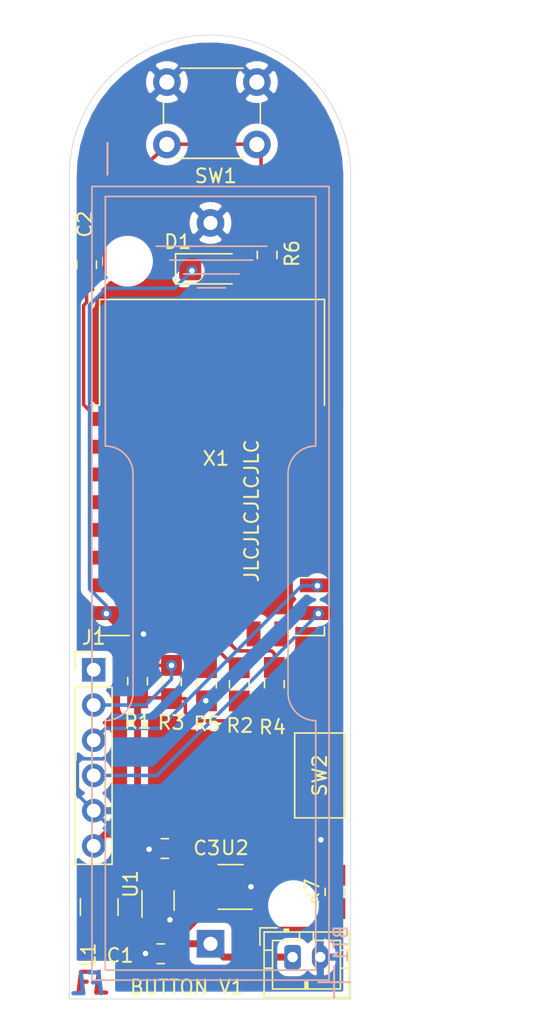
<source format=kicad_pcb>
(kicad_pcb (version 20171130) (host pcbnew "(5.1.9)-1")

  (general
    (thickness 1.6)
    (drawings 9)
    (tracks 146)
    (zones 0)
    (modules 20)
    (nets 14)
  )

  (page A4)
  (layers
    (0 F.Cu signal)
    (31 B.Cu signal)
    (32 B.Adhes user)
    (33 F.Adhes user)
    (34 B.Paste user hide)
    (35 F.Paste user)
    (36 B.SilkS user)
    (37 F.SilkS user)
    (38 B.Mask user hide)
    (39 F.Mask user)
    (40 Dwgs.User user)
    (41 Cmts.User user)
    (42 Eco1.User user)
    (43 Eco2.User user)
    (44 Edge.Cuts user)
    (45 Margin user)
    (46 B.CrtYd user hide)
    (47 F.CrtYd user)
    (48 B.Fab user hide)
    (49 F.Fab user)
  )

  (setup
    (last_trace_width 0.25)
    (user_trace_width 0.5)
    (trace_clearance 0.2)
    (zone_clearance 0.508)
    (zone_45_only no)
    (trace_min 0.2)
    (via_size 0.8)
    (via_drill 0.4)
    (via_min_size 0.4)
    (via_min_drill 0.3)
    (uvia_size 0.3)
    (uvia_drill 0.1)
    (uvias_allowed no)
    (uvia_min_size 0.2)
    (uvia_min_drill 0.1)
    (edge_width 0.05)
    (segment_width 0.2)
    (pcb_text_width 0.3)
    (pcb_text_size 1.5 1.5)
    (mod_edge_width 0.12)
    (mod_text_size 1 1)
    (mod_text_width 0.15)
    (pad_size 1.524 1.524)
    (pad_drill 0.762)
    (pad_to_mask_clearance 0.051)
    (solder_mask_min_width 0.25)
    (aux_axis_origin 0 0)
    (visible_elements 7FFFFFFF)
    (pcbplotparams
      (layerselection 0x010fc_ffffffff)
      (usegerberextensions false)
      (usegerberattributes false)
      (usegerberadvancedattributes false)
      (creategerberjobfile false)
      (excludeedgelayer true)
      (linewidth 0.100000)
      (plotframeref false)
      (viasonmask false)
      (mode 1)
      (useauxorigin false)
      (hpglpennumber 1)
      (hpglpenspeed 20)
      (hpglpendiameter 15.000000)
      (psnegative false)
      (psa4output false)
      (plotreference true)
      (plotvalue true)
      (plotinvisibletext false)
      (padsonsilk false)
      (subtractmaskfromsilk false)
      (outputformat 1)
      (mirror false)
      (drillshape 0)
      (scaleselection 1)
      (outputdirectory ""))
  )

  (net 0 "")
  (net 1 /VCC)
  (net 2 /GND)
  (net 3 /RST)
  (net 4 "Net-(D1-Pad2)")
  (net 5 /RX)
  (net 6 /TX)
  (net 7 /EN)
  (net 8 /GPIO2)
  (net 9 /GPIO0)
  (net 10 "Net-(BT1-Pad1)")
  (net 11 "Net-(L1-Pad2)")
  (net 12 /GPIO15)
  (net 13 "Net-(R7-Pad2)")

  (net_class Default "This is the default net class."
    (clearance 0.2)
    (trace_width 0.25)
    (via_dia 0.8)
    (via_drill 0.4)
    (uvia_dia 0.3)
    (uvia_drill 0.1)
    (add_net /EN)
    (add_net /GND)
    (add_net /GPIO0)
    (add_net /GPIO15)
    (add_net /GPIO2)
    (add_net /RST)
    (add_net /RX)
    (add_net /TX)
    (add_net /VCC)
    (add_net "Net-(BT1-Pad1)")
    (add_net "Net-(D1-Pad2)")
    (add_net "Net-(L1-Pad2)")
    (add_net "Net-(R7-Pad2)")
  )

  (module handsolder:SOT-23-5_HandSolderingmod (layer F.Cu) (tedit 60023824) (tstamp 602E9ADE)
    (at 128.45 105.43 180)
    (descr "5-pin SOT23 package")
    (tags "SOT-23-5 hand-soldering")
    (path /602F5FBE)
    (attr smd)
    (fp_text reference U2 (at -0.31 2.82) (layer F.SilkS)
      (effects (font (size 1 1) (thickness 0.15)))
    )
    (fp_text value AP2112K-3.3 (at 10.287 1.143) (layer F.SilkS) hide
      (effects (font (size 1 1) (thickness 0.15)))
    )
    (fp_line (start -0.9 1.61) (end 0.9 1.61) (layer F.SilkS) (width 0.12))
    (fp_line (start 0.9 -1.61) (end -1.55 -1.61) (layer F.SilkS) (width 0.12))
    (fp_line (start -0.9 -0.9) (end -0.25 -1.55) (layer F.Fab) (width 0.1))
    (fp_line (start 0.9 -1.55) (end -0.25 -1.55) (layer F.Fab) (width 0.1))
    (fp_line (start -0.9 -0.9) (end -0.9 1.55) (layer F.Fab) (width 0.1))
    (fp_line (start 0.9 1.55) (end -0.9 1.55) (layer F.Fab) (width 0.1))
    (fp_line (start 0.9 -1.55) (end 0.9 1.55) (layer F.Fab) (width 0.1))
    (fp_line (start -2.38 -1.8) (end 2.38 -1.8) (layer F.CrtYd) (width 0.05))
    (fp_line (start -2.38 -1.8) (end -2.38 1.8) (layer F.CrtYd) (width 0.05))
    (fp_line (start 2.38 1.8) (end 2.38 -1.8) (layer F.CrtYd) (width 0.05))
    (fp_line (start 2.38 1.8) (end -2.38 1.8) (layer F.CrtYd) (width 0.05))
    (fp_text user %R (at 0 0 90) (layer F.Fab)
      (effects (font (size 0.5 0.5) (thickness 0.075)))
    )
    (pad 5 smd rect (at 1.5 -0.95 180) (size 2 0.65) (layers F.Cu F.Paste F.Mask)
      (net 1 /VCC))
    (pad 4 smd rect (at 1.5 0.95 180) (size 2 0.65) (layers F.Cu F.Paste F.Mask))
    (pad 3 smd rect (at -1.55 0.95 180) (size 2 0.65) (layers F.Cu F.Paste F.Mask)
      (net 13 "Net-(R7-Pad2)"))
    (pad 2 smd trapezoid (at -1.55 0 180) (size 2 0.65) (layers F.Cu F.Paste F.Mask)
      (net 2 /GND))
    (pad 1 smd rect (at -1.55 -0.95 180) (size 2 0.65) (layers F.Cu F.Paste F.Mask)
      (net 10 "Net-(BT1-Pad1)"))
    (model ${KISYS3DMOD}/Package_TO_SOT_SMD.3dshapes/SOT-23-5.wrl
      (at (xyz 0 0 0))
      (scale (xyz 1 1 1))
      (rotate (xyz 0 0 0))
    )
  )

  (module handsolder:R_0805_2012handsoldermod (layer F.Cu) (tedit 60004565) (tstamp 602E9A2F)
    (at 135.99 105.79 90)
    (descr "Resistor SMD 0805 (2012 Metric), square (rectangular) end terminal, IPC_7351 nominal with elongated pad for handsoldering. (Body size source: https://docs.google.com/spreadsheets/d/1BsfQQcO9C6DZCsRaXUlFlo91Tg2WpOkGARC1WS5S8t0/edit?usp=sharing), generated with kicad-footprint-generator")
    (tags "resistor handsolder")
    (path /602F7A06)
    (attr smd)
    (fp_text reference R7 (at 0 -1.65 90) (layer F.SilkS)
      (effects (font (size 1 1) (thickness 0.15)))
    )
    (fp_text value 10k (at 0 1.65 90) (layer F.Fab) hide
      (effects (font (size 1 1) (thickness 0.15)))
    )
    (fp_line (start -1 0.6) (end -1 -0.6) (layer F.Fab) (width 0.1))
    (fp_line (start -1 -0.6) (end 1 -0.6) (layer F.Fab) (width 0.1))
    (fp_line (start 1 -0.6) (end 1 0.6) (layer F.Fab) (width 0.1))
    (fp_line (start 1 0.6) (end -1 0.6) (layer F.Fab) (width 0.1))
    (fp_line (start -0.261252 -0.71) (end 0.261252 -0.71) (layer F.SilkS) (width 0.12))
    (fp_line (start -0.261252 0.71) (end 0.261252 0.71) (layer F.SilkS) (width 0.12))
    (fp_line (start -2.05 0.95) (end -2.05 -0.95) (layer F.CrtYd) (width 0.05))
    (fp_line (start -2.05 -0.95) (end 2.05 -0.95) (layer F.CrtYd) (width 0.05))
    (fp_line (start 2.05 -0.95) (end 2.05 0.95) (layer F.CrtYd) (width 0.05))
    (fp_line (start 2.05 0.95) (end -2.05 0.95) (layer F.CrtYd) (width 0.05))
    (fp_text user %R (at 0 0 90) (layer F.Fab)
      (effects (font (size 0.5 0.5) (thickness 0.08)))
    )
    (pad 2 smd rect (at 1.2 0 90) (size 1.5 1.5) (layers F.Cu F.Paste F.Mask)
      (net 13 "Net-(R7-Pad2)"))
    (pad 1 smd rect (at -1.2 0 90) (size 1.5 1.5) (layers F.Cu F.Paste F.Mask)
      (net 10 "Net-(BT1-Pad1)"))
    (model ${KISYS3DMOD}/Resistor_SMD.3dshapes/R_0805_2012Metric.wrl
      (at (xyz 0 0 0))
      (scale (xyz 1 1 1))
      (rotate (xyz 0 0 0))
    )
  )

  (module Connector_JST:JST_PH_B2B-PH-K_1x02_P2.00mm_Vertical (layer F.Cu) (tedit 5B7745C2) (tstamp 602E9854)
    (at 132.93 110.49)
    (descr "JST PH series connector, B2B-PH-K (http://www.jst-mfg.com/product/pdf/eng/ePH.pdf), generated with kicad-footprint-generator")
    (tags "connector JST PH side entry")
    (path /602FBA1B)
    (fp_text reference BT2 (at 1 -2.9) (layer F.SilkS) hide
      (effects (font (size 1 1) (thickness 0.15)))
    )
    (fp_text value Battery_Cell (at 1 4) (layer F.Fab)
      (effects (font (size 1 1) (thickness 0.15)))
    )
    (fp_line (start -2.06 -1.81) (end -2.06 2.91) (layer F.SilkS) (width 0.12))
    (fp_line (start -2.06 2.91) (end 4.06 2.91) (layer F.SilkS) (width 0.12))
    (fp_line (start 4.06 2.91) (end 4.06 -1.81) (layer F.SilkS) (width 0.12))
    (fp_line (start 4.06 -1.81) (end -2.06 -1.81) (layer F.SilkS) (width 0.12))
    (fp_line (start -0.3 -1.81) (end -0.3 -2.01) (layer F.SilkS) (width 0.12))
    (fp_line (start -0.3 -2.01) (end -0.6 -2.01) (layer F.SilkS) (width 0.12))
    (fp_line (start -0.6 -2.01) (end -0.6 -1.81) (layer F.SilkS) (width 0.12))
    (fp_line (start -0.3 -1.91) (end -0.6 -1.91) (layer F.SilkS) (width 0.12))
    (fp_line (start 0.5 -1.81) (end 0.5 -1.2) (layer F.SilkS) (width 0.12))
    (fp_line (start 0.5 -1.2) (end -1.45 -1.2) (layer F.SilkS) (width 0.12))
    (fp_line (start -1.45 -1.2) (end -1.45 2.3) (layer F.SilkS) (width 0.12))
    (fp_line (start -1.45 2.3) (end 3.45 2.3) (layer F.SilkS) (width 0.12))
    (fp_line (start 3.45 2.3) (end 3.45 -1.2) (layer F.SilkS) (width 0.12))
    (fp_line (start 3.45 -1.2) (end 1.5 -1.2) (layer F.SilkS) (width 0.12))
    (fp_line (start 1.5 -1.2) (end 1.5 -1.81) (layer F.SilkS) (width 0.12))
    (fp_line (start -2.06 -0.5) (end -1.45 -0.5) (layer F.SilkS) (width 0.12))
    (fp_line (start -2.06 0.8) (end -1.45 0.8) (layer F.SilkS) (width 0.12))
    (fp_line (start 4.06 -0.5) (end 3.45 -0.5) (layer F.SilkS) (width 0.12))
    (fp_line (start 4.06 0.8) (end 3.45 0.8) (layer F.SilkS) (width 0.12))
    (fp_line (start 0.9 2.3) (end 0.9 1.8) (layer F.SilkS) (width 0.12))
    (fp_line (start 0.9 1.8) (end 1.1 1.8) (layer F.SilkS) (width 0.12))
    (fp_line (start 1.1 1.8) (end 1.1 2.3) (layer F.SilkS) (width 0.12))
    (fp_line (start 1 2.3) (end 1 1.8) (layer F.SilkS) (width 0.12))
    (fp_line (start -1.11 -2.11) (end -2.36 -2.11) (layer F.SilkS) (width 0.12))
    (fp_line (start -2.36 -2.11) (end -2.36 -0.86) (layer F.SilkS) (width 0.12))
    (fp_line (start -1.11 -2.11) (end -2.36 -2.11) (layer F.Fab) (width 0.1))
    (fp_line (start -2.36 -2.11) (end -2.36 -0.86) (layer F.Fab) (width 0.1))
    (fp_line (start -1.95 -1.7) (end -1.95 2.8) (layer F.Fab) (width 0.1))
    (fp_line (start -1.95 2.8) (end 3.95 2.8) (layer F.Fab) (width 0.1))
    (fp_line (start 3.95 2.8) (end 3.95 -1.7) (layer F.Fab) (width 0.1))
    (fp_line (start 3.95 -1.7) (end -1.95 -1.7) (layer F.Fab) (width 0.1))
    (fp_line (start -2.45 -2.2) (end -2.45 3.3) (layer F.CrtYd) (width 0.05))
    (fp_line (start -2.45 3.3) (end 4.45 3.3) (layer F.CrtYd) (width 0.05))
    (fp_line (start 4.45 3.3) (end 4.45 -2.2) (layer F.CrtYd) (width 0.05))
    (fp_line (start 4.45 -2.2) (end -2.45 -2.2) (layer F.CrtYd) (width 0.05))
    (fp_text user %R (at 1 1.5) (layer F.Fab)
      (effects (font (size 1 1) (thickness 0.15)))
    )
    (pad 2 thru_hole oval (at 2 0) (size 1.2 1.75) (drill 0.75) (layers *.Cu *.Mask)
      (net 2 /GND))
    (pad 1 thru_hole roundrect (at 0 0) (size 1.2 1.75) (drill 0.75) (layers *.Cu *.Mask) (roundrect_rratio 0.208333)
      (net 10 "Net-(BT1-Pad1)"))
    (model ${KISYS3DMOD}/Connector_JST.3dshapes/JST_PH_B2B-PH-K_1x02_P2.00mm_Vertical.wrl
      (at (xyz 0 0 0))
      (scale (xyz 1 1 1))
      (rotate (xyz 0 0 0))
    )
  )

  (module Connector_PinHeader_2.54mm:PinHeader_1x06_P2.54mm_Vertical (layer F.Cu) (tedit 602DA37F) (tstamp 602DB564)
    (at 118.56 89.77)
    (descr "Through hole straight pin header, 1x06, 2.54mm pitch, single row")
    (tags "Through hole pin header THT 1x06 2.54mm single row")
    (path /602C477A)
    (fp_text reference J1 (at 0 -2.33) (layer F.SilkS)
      (effects (font (size 1 1) (thickness 0.15)))
    )
    (fp_text value Conn_01x06_Male (at 0 15.03) (layer F.Fab)
      (effects (font (size 1 1) (thickness 0.15)))
    )
    (fp_line (start -0.635 -1.27) (end 1.27 -1.27) (layer F.Fab) (width 0.1))
    (fp_line (start 1.27 -1.27) (end 1.27 13.97) (layer F.Fab) (width 0.1))
    (fp_line (start 1.27 13.97) (end -1.27 13.97) (layer F.Fab) (width 0.1))
    (fp_line (start -1.27 13.97) (end -1.27 -0.635) (layer F.Fab) (width 0.1))
    (fp_line (start -1.27 -0.635) (end -0.635 -1.27) (layer F.Fab) (width 0.1))
    (fp_line (start -1.33 14.03) (end 1.33 14.03) (layer F.SilkS) (width 0.12))
    (fp_line (start -1.33 1.27) (end -1.33 14.03) (layer F.SilkS) (width 0.12))
    (fp_line (start 1.33 1.27) (end 1.33 14.03) (layer F.SilkS) (width 0.12))
    (fp_line (start -1.33 1.27) (end 1.33 1.27) (layer F.SilkS) (width 0.12))
    (fp_line (start -1.33 0) (end -1.33 -1.33) (layer F.SilkS) (width 0.12))
    (fp_line (start -1.33 -1.33) (end 0 -1.33) (layer F.SilkS) (width 0.12))
    (fp_line (start -1.8 -1.4) (end -1.8 14.5) (layer F.CrtYd) (width 0.05))
    (fp_line (start -1.8 14.5) (end 1.8 14.5) (layer F.CrtYd) (width 0.05))
    (fp_line (start 1.8 14.5) (end 1.8 -1.4) (layer F.CrtYd) (width 0.05))
    (fp_line (start 1.8 -1.4) (end -1.8 -1.4) (layer F.CrtYd) (width 0.05))
    (fp_text user %R (at 0 6.35 90) (layer F.Fab)
      (effects (font (size 1 1) (thickness 0.15)))
    )
    (pad 6 thru_hole oval (at 0 12.7) (size 1.7 1.7) (drill 1) (layers *.Cu *.Mask)
      (net 1 /VCC))
    (pad 5 thru_hole oval (at 0 10.16) (size 1.7 1.7) (drill 1) (layers *.Cu *.Mask)
      (net 2 /GND))
    (pad 4 thru_hole oval (at 0 7.62) (size 1.7 1.7) (drill 1) (layers *.Cu *.Mask)
      (net 5 /RX))
    (pad 3 thru_hole oval (at 0 5.08) (size 1.7 1.7) (drill 1) (layers *.Cu *.Mask)
      (net 6 /TX))
    (pad 2 thru_hole oval (at 0 2.54) (size 1.7 1.7) (drill 1) (layers *.Cu *.Mask)
      (net 3 /RST))
    (pad 1 thru_hole rect (at 0 0) (size 1.7 1.7) (drill 1) (layers *.Cu *.Mask))
    (model ${KISYS3DMOD}/Connector_PinHeader_2.54mm.3dshapes/PinHeader_1x06_P2.54mm_Vertical.wrl
      (at (xyz 0 0 0))
      (scale (xyz 1 1 1))
      (rotate (xyz 0 0 0))
    )
  )

  (module LED_SMD:LED_1206_3216Metric_Castellated (layer F.Cu) (tedit 5B301BBE) (tstamp 602DB54A)
    (at 126.96 60.85)
    (descr "LED SMD 1206 (3216 Metric), castellated end terminal, IPC_7351 nominal, (Body size source: http://www.tortai-tech.com/upload/download/2011102023233369053.pdf), generated with kicad-footprint-generator")
    (tags "LED castellated")
    (path /602D28D1)
    (attr smd)
    (fp_text reference D1 (at -2.33 -1.95) (layer F.SilkS)
      (effects (font (size 1 1) (thickness 0.15)))
    )
    (fp_text value LED (at 0 1.78) (layer F.Fab)
      (effects (font (size 1 1) (thickness 0.15)))
    )
    (fp_line (start 1.6 -0.8) (end -1.2 -0.8) (layer F.Fab) (width 0.1))
    (fp_line (start -1.2 -0.8) (end -1.6 -0.4) (layer F.Fab) (width 0.1))
    (fp_line (start -1.6 -0.4) (end -1.6 0.8) (layer F.Fab) (width 0.1))
    (fp_line (start -1.6 0.8) (end 1.6 0.8) (layer F.Fab) (width 0.1))
    (fp_line (start 1.6 0.8) (end 1.6 -0.8) (layer F.Fab) (width 0.1))
    (fp_line (start 1.6 -1.085) (end -2.485 -1.085) (layer F.SilkS) (width 0.12))
    (fp_line (start -2.485 -1.085) (end -2.485 1.085) (layer F.SilkS) (width 0.12))
    (fp_line (start -2.485 1.085) (end 1.6 1.085) (layer F.SilkS) (width 0.12))
    (fp_line (start -2.48 1.08) (end -2.48 -1.08) (layer F.CrtYd) (width 0.05))
    (fp_line (start -2.48 -1.08) (end 2.48 -1.08) (layer F.CrtYd) (width 0.05))
    (fp_line (start 2.48 -1.08) (end 2.48 1.08) (layer F.CrtYd) (width 0.05))
    (fp_line (start 2.48 1.08) (end -2.48 1.08) (layer F.CrtYd) (width 0.05))
    (fp_text user %R (at 0 0) (layer F.Fab)
      (effects (font (size 0.8 0.8) (thickness 0.12)))
    )
    (pad 2 smd roundrect (at 1.425 0) (size 1.6 1.65) (layers F.Cu F.Paste F.Mask) (roundrect_rratio 0.15625)
      (net 4 "Net-(D1-Pad2)"))
    (pad 1 smd roundrect (at -1.425 0) (size 1.6 1.65) (layers F.Cu F.Paste F.Mask) (roundrect_rratio 0.15625)
      (net 1 /VCC))
    (model ${KISYS3DMOD}/LED_SMD.3dshapes/LED_1206_3216Metric_Castellated.wrl
      (at (xyz 0 0 0))
      (scale (xyz 1 1 1))
      (rotate (xyz 0 0 0))
    )
  )

  (module RF_Module:ESP-12E (layer F.Cu) (tedit 5A030172) (tstamp 602DB666)
    (at 127.11 75.18)
    (descr "Wi-Fi Module, http://wiki.ai-thinker.com/_media/esp8266/docs/aithinker_esp_12f_datasheet_en.pdf")
    (tags "Wi-Fi Module")
    (path /602C0443)
    (attr smd)
    (fp_text reference X1 (at 0.28 -0.65) (layer F.SilkS)
      (effects (font (size 1 1) (thickness 0.15)))
    )
    (fp_text value ESP-12E (at -0.06 -12.78) (layer F.Fab)
      (effects (font (size 1 1) (thickness 0.15)))
    )
    (fp_line (start -8 -12) (end 8 -12) (layer F.Fab) (width 0.12))
    (fp_line (start 8 -12) (end 8 12) (layer F.Fab) (width 0.12))
    (fp_line (start 8 12) (end -8 12) (layer F.Fab) (width 0.12))
    (fp_line (start -8 12) (end -8 -3) (layer F.Fab) (width 0.12))
    (fp_line (start -8 -3) (end -7.5 -3.5) (layer F.Fab) (width 0.12))
    (fp_line (start -7.5 -3.5) (end -8 -4) (layer F.Fab) (width 0.12))
    (fp_line (start -8 -4) (end -8 -12) (layer F.Fab) (width 0.12))
    (fp_line (start -9.05 -12.2) (end 9.05 -12.2) (layer F.CrtYd) (width 0.05))
    (fp_line (start 9.05 -12.2) (end 9.05 13.1) (layer F.CrtYd) (width 0.05))
    (fp_line (start 9.05 13.1) (end -9.05 13.1) (layer F.CrtYd) (width 0.05))
    (fp_line (start -9.05 13.1) (end -9.05 -12.2) (layer F.CrtYd) (width 0.05))
    (fp_line (start -8.12 -12.12) (end 8.12 -12.12) (layer F.SilkS) (width 0.12))
    (fp_line (start 8.12 -12.12) (end 8.12 -4.5) (layer F.SilkS) (width 0.12))
    (fp_line (start 8.12 11.5) (end 8.12 12.12) (layer F.SilkS) (width 0.12))
    (fp_line (start 8.12 12.12) (end 6 12.12) (layer F.SilkS) (width 0.12))
    (fp_line (start -6 12.12) (end -8.12 12.12) (layer F.SilkS) (width 0.12))
    (fp_line (start -8.12 12.12) (end -8.12 11.5) (layer F.SilkS) (width 0.12))
    (fp_line (start -8.12 -4.5) (end -8.12 -12.12) (layer F.SilkS) (width 0.12))
    (fp_line (start -8.12 -4.5) (end -8.73 -4.5) (layer F.SilkS) (width 0.12))
    (fp_line (start -8.12 -12.12) (end 8.12 -12.12) (layer Dwgs.User) (width 0.12))
    (fp_line (start 8.12 -12.12) (end 8.12 -4.8) (layer Dwgs.User) (width 0.12))
    (fp_line (start 8.12 -4.8) (end -8.12 -4.8) (layer Dwgs.User) (width 0.12))
    (fp_line (start -8.12 -4.8) (end -8.12 -12.12) (layer Dwgs.User) (width 0.12))
    (fp_line (start -8.12 -9.12) (end -5.12 -12.12) (layer Dwgs.User) (width 0.12))
    (fp_line (start -8.12 -6.12) (end -2.12 -12.12) (layer Dwgs.User) (width 0.12))
    (fp_line (start -6.44 -4.8) (end 0.88 -12.12) (layer Dwgs.User) (width 0.12))
    (fp_line (start -3.44 -4.8) (end 3.88 -12.12) (layer Dwgs.User) (width 0.12))
    (fp_line (start -0.44 -4.8) (end 6.88 -12.12) (layer Dwgs.User) (width 0.12))
    (fp_line (start 2.56 -4.8) (end 8.12 -10.36) (layer Dwgs.User) (width 0.12))
    (fp_line (start 5.56 -4.8) (end 8.12 -7.36) (layer Dwgs.User) (width 0.12))
    (fp_text user %R (at 0.49 -0.8) (layer F.Fab)
      (effects (font (size 1 1) (thickness 0.15)))
    )
    (fp_text user "KEEP-OUT ZONE" (at 0.03 -9.55 180) (layer Cmts.User)
      (effects (font (size 1 1) (thickness 0.15)))
    )
    (fp_text user Antenna (at -0.06 -7 180) (layer Cmts.User)
      (effects (font (size 1 1) (thickness 0.15)))
    )
    (pad 22 smd rect (at 7.6 -3.5) (size 2.5 1) (layers F.Cu F.Paste F.Mask))
    (pad 21 smd rect (at 7.6 -1.5) (size 2.5 1) (layers F.Cu F.Paste F.Mask))
    (pad 20 smd rect (at 7.6 0.5) (size 2.5 1) (layers F.Cu F.Paste F.Mask))
    (pad 19 smd rect (at 7.6 2.5) (size 2.5 1) (layers F.Cu F.Paste F.Mask))
    (pad 18 smd rect (at 7.6 4.5) (size 2.5 1) (layers F.Cu F.Paste F.Mask))
    (pad 17 smd rect (at 7.6 6.5) (size 2.5 1) (layers F.Cu F.Paste F.Mask))
    (pad 16 smd rect (at 7.6 8.5) (size 2.5 1) (layers F.Cu F.Paste F.Mask)
      (net 6 /TX))
    (pad 15 smd rect (at 7.6 10.5) (size 2.5 1) (layers F.Cu F.Paste F.Mask)
      (net 5 /RX))
    (pad 14 smd rect (at 5 12) (size 1 1.8) (layers F.Cu F.Paste F.Mask))
    (pad 13 smd rect (at 3 12) (size 1 1.8) (layers F.Cu F.Paste F.Mask))
    (pad 12 smd rect (at 1 12) (size 1 1.8) (layers F.Cu F.Paste F.Mask)
      (net 9 /GPIO0))
    (pad 11 smd rect (at -1 12) (size 1 1.8) (layers F.Cu F.Paste F.Mask)
      (net 8 /GPIO2))
    (pad 10 smd rect (at -3 12) (size 1 1.8) (layers F.Cu F.Paste F.Mask)
      (net 12 /GPIO15))
    (pad 9 smd rect (at -5 12) (size 1 1.8) (layers F.Cu F.Paste F.Mask)
      (net 2 /GND))
    (pad 8 smd rect (at -7.6 10.5) (size 2.5 1) (layers F.Cu F.Paste F.Mask)
      (net 1 /VCC))
    (pad 7 smd rect (at -7.6 8.5) (size 2.5 1) (layers F.Cu F.Paste F.Mask))
    (pad 6 smd rect (at -7.6 6.5) (size 2.5 1) (layers F.Cu F.Paste F.Mask))
    (pad 5 smd rect (at -7.6 4.5) (size 2.5 1) (layers F.Cu F.Paste F.Mask))
    (pad 4 smd rect (at -7.6 2.5) (size 2.5 1) (layers F.Cu F.Paste F.Mask))
    (pad 3 smd rect (at -7.6 0.5) (size 2.5 1) (layers F.Cu F.Paste F.Mask)
      (net 7 /EN))
    (pad 2 smd rect (at -7.6 -1.5) (size 2.5 1) (layers F.Cu F.Paste F.Mask))
    (pad 1 smd rect (at -7.6 -3.5) (size 2.5 1) (layers F.Cu F.Paste F.Mask)
      (net 3 /RST))
    (model ${KISYS3DMOD}/RF_Module.3dshapes/ESP-12E.wrl
      (at (xyz 0 0 0))
      (scale (xyz 1 1 1))
      (rotate (xyz 0 0 0))
    )
  )

  (module handsolder:SOT-363_SC-70-6_Handsoldering (layer F.Cu) (tedit 592F19A3) (tstamp 602DB62B)
    (at 123.21 106.42 90)
    (descr "SOT-363, SC-70-6, Handsoldering")
    (tags "SOT-363 SC-70-6 Handsoldering")
    (path /602DB147)
    (attr smd)
    (fp_text reference U1 (at 1.2 -1.98 90) (layer F.SilkS)
      (effects (font (size 1 1) (thickness 0.15)))
    )
    (fp_text value TLV61224 (at 0 2 270) (layer F.Fab)
      (effects (font (size 1 1) (thickness 0.15)))
    )
    (fp_line (start -0.175 -1.1) (end -0.675 -0.6) (layer F.Fab) (width 0.1))
    (fp_line (start 0.675 1.1) (end -0.675 1.1) (layer F.Fab) (width 0.1))
    (fp_line (start 0.675 -1.1) (end 0.675 1.1) (layer F.Fab) (width 0.1))
    (fp_line (start -0.675 -0.6) (end -0.675 1.1) (layer F.Fab) (width 0.1))
    (fp_line (start 0.675 -1.1) (end -0.175 -1.1) (layer F.Fab) (width 0.1))
    (fp_line (start -2.4 -1.4) (end 2.4 -1.4) (layer F.CrtYd) (width 0.05))
    (fp_line (start -2.4 -1.4) (end -2.4 1.4) (layer F.CrtYd) (width 0.05))
    (fp_line (start 2.4 1.4) (end 2.4 -1.4) (layer F.CrtYd) (width 0.05))
    (fp_line (start -0.7 1.16) (end 0.7 1.16) (layer F.SilkS) (width 0.12))
    (fp_line (start 0.7 -1.16) (end -1.2 -1.16) (layer F.SilkS) (width 0.12))
    (fp_line (start -2.4 1.4) (end 2.4 1.4) (layer F.CrtYd) (width 0.05))
    (fp_text user %R (at 0 0 90) (layer F.Fab)
      (effects (font (size 0.5 0.5) (thickness 0.075)))
    )
    (pad 1 smd rect (at -1.33 -0.65 90) (size 1.5 0.4) (layers F.Cu F.Paste F.Mask)
      (net 10 "Net-(BT1-Pad1)") (zone_connect 2))
    (pad 2 smd rect (at -1.33 0 90) (size 1.5 0.4) (layers F.Cu F.Paste F.Mask)
      (net 1 /VCC))
    (pad 3 smd rect (at -1.33 0.65 90) (size 1.5 0.4) (layers F.Cu F.Paste F.Mask)
      (net 2 /GND) (zone_connect 2))
    (pad 4 smd rect (at 1.33 0.65 90) (size 1.5 0.4) (layers F.Cu F.Paste F.Mask)
      (net 1 /VCC))
    (pad 5 smd rect (at 1.33 0 90) (size 1.5 0.4) (layers F.Cu F.Paste F.Mask)
      (net 11 "Net-(L1-Pad2)"))
    (pad 6 smd rect (at 1.33 -0.65 90) (size 1.5 0.4) (layers F.Cu F.Paste F.Mask)
      (net 10 "Net-(BT1-Pad1)"))
    (model TO_SOT_Packages_SMD.3dshapes/SC-70-6.wrl
      (at (xyz 0 0 0))
      (scale (xyz 1 1 1))
      (rotate (xyz 0 0 90))
    )
  )

  (module switch:button_smd_hmsensor (layer F.Cu) (tedit 5FF5A4DE) (tstamp 602DB615)
    (at 134.89 97.39 270)
    (descr http://www.te.com/commerce/DocumentDelivery/DDEController?Action=srchrtrv&DocNm=1437566-3&DocType=Customer+Drawing&DocLang=English)
    (tags "SPST button tactile switch")
    (path /602CDBD4)
    (attr smd)
    (fp_text reference SW2 (at 0 0 90) (layer F.SilkS)
      (effects (font (size 1 1) (thickness 0.15)))
    )
    (fp_text value SW_Push (at 0.18 -2.75 180) (layer F.SilkS) hide
      (effects (font (size 0.8 0.8) (thickness 0.15)))
    )
    (fp_line (start -5.95 -2) (end 5.95 -2) (layer F.CrtYd) (width 0.05))
    (fp_line (start -5.95 -2) (end -5.95 2) (layer F.CrtYd) (width 0.05))
    (fp_line (start 3 -1.75) (end 3 1.75) (layer F.Fab) (width 0.1))
    (fp_line (start -3 -1.75) (end -3 1.75) (layer F.Fab) (width 0.1))
    (fp_line (start -3 -1.75) (end 3 -1.75) (layer F.Fab) (width 0.1))
    (fp_line (start -3 1.75) (end 3 1.75) (layer F.Fab) (width 0.1))
    (fp_line (start 5.95 -2) (end 5.95 2) (layer F.CrtYd) (width 0.05))
    (fp_line (start -5.95 2) (end 5.95 2) (layer F.CrtYd) (width 0.05))
    (fp_line (start -1.5 -0.8) (end -1.5 0.8) (layer F.Fab) (width 0.1))
    (fp_line (start 1.5 -0.8) (end 1.5 0.8) (layer F.Fab) (width 0.1))
    (fp_line (start -1.5 -0.8) (end 1.5 -0.8) (layer F.Fab) (width 0.1))
    (fp_line (start -1.5 0.8) (end 1.5 0.8) (layer F.Fab) (width 0.1))
    (fp_line (start -3.06 1.81) (end -3.06 -1.81) (layer F.SilkS) (width 0.12))
    (fp_line (start 3.06 1.81) (end -3.06 1.81) (layer F.SilkS) (width 0.12))
    (fp_line (start 3.06 -1.81) (end 3.06 1.81) (layer F.SilkS) (width 0.12))
    (fp_line (start -3.06 -1.81) (end 3.06 -1.81) (layer F.SilkS) (width 0.12))
    (fp_line (start -1.75 1) (end -1.75 -1) (layer F.Fab) (width 0.1))
    (fp_line (start 1.75 1) (end -1.75 1) (layer F.Fab) (width 0.1))
    (fp_line (start 1.75 -1) (end 1.75 1) (layer F.Fab) (width 0.1))
    (fp_line (start -1.75 -1) (end 1.75 -1) (layer F.Fab) (width 0.1))
    (fp_text user %R (at 0 0 90) (layer F.Fab)
      (effects (font (size 1 1) (thickness 0.15)))
    )
    (pad 1 smd rect (at -4.59 0 270) (size 2.18 1.6) (layers F.Cu F.Paste F.Mask)
      (net 9 /GPIO0))
    (pad 2 smd rect (at 4.59 0 270) (size 2.18 1.6) (layers F.Cu F.Paste F.Mask)
      (net 2 /GND))
    (model Buttons_Switches_SMD.3dshapes/SW_SPST_FSMSM.wrl
      (at (xyz 0 0 0))
      (scale (xyz 1 1 1))
      (rotate (xyz 0 0 0))
    )
  )

  (module Button_Switch_THT:SW_PUSH_6mm (layer F.Cu) (tedit 5A02FE31) (tstamp 602DB5FA)
    (at 130.35 51.88 180)
    (descr https://www.omron.com/ecb/products/pdf/en-b3f.pdf)
    (tags "tact sw push 6mm")
    (path /602CFCB7)
    (fp_text reference SW1 (at 2.97 -2.27) (layer F.SilkS)
      (effects (font (size 1 1) (thickness 0.15)))
    )
    (fp_text value SW_Push (at 3.75 6.7) (layer F.Fab)
      (effects (font (size 1 1) (thickness 0.15)))
    )
    (fp_line (start 3.25 -0.75) (end 6.25 -0.75) (layer F.Fab) (width 0.1))
    (fp_line (start 6.25 -0.75) (end 6.25 5.25) (layer F.Fab) (width 0.1))
    (fp_line (start 6.25 5.25) (end 0.25 5.25) (layer F.Fab) (width 0.1))
    (fp_line (start 0.25 5.25) (end 0.25 -0.75) (layer F.Fab) (width 0.1))
    (fp_line (start 0.25 -0.75) (end 3.25 -0.75) (layer F.Fab) (width 0.1))
    (fp_line (start 7.75 6) (end 8 6) (layer F.CrtYd) (width 0.05))
    (fp_line (start 8 6) (end 8 5.75) (layer F.CrtYd) (width 0.05))
    (fp_line (start 7.75 -1.5) (end 8 -1.5) (layer F.CrtYd) (width 0.05))
    (fp_line (start 8 -1.5) (end 8 -1.25) (layer F.CrtYd) (width 0.05))
    (fp_line (start -1.5 -1.25) (end -1.5 -1.5) (layer F.CrtYd) (width 0.05))
    (fp_line (start -1.5 -1.5) (end -1.25 -1.5) (layer F.CrtYd) (width 0.05))
    (fp_line (start -1.5 5.75) (end -1.5 6) (layer F.CrtYd) (width 0.05))
    (fp_line (start -1.5 6) (end -1.25 6) (layer F.CrtYd) (width 0.05))
    (fp_line (start -1.25 -1.5) (end 7.75 -1.5) (layer F.CrtYd) (width 0.05))
    (fp_line (start -1.5 5.75) (end -1.5 -1.25) (layer F.CrtYd) (width 0.05))
    (fp_line (start 7.75 6) (end -1.25 6) (layer F.CrtYd) (width 0.05))
    (fp_line (start 8 -1.25) (end 8 5.75) (layer F.CrtYd) (width 0.05))
    (fp_line (start 1 5.5) (end 5.5 5.5) (layer F.SilkS) (width 0.12))
    (fp_line (start -0.25 1.5) (end -0.25 3) (layer F.SilkS) (width 0.12))
    (fp_line (start 5.5 -1) (end 1 -1) (layer F.SilkS) (width 0.12))
    (fp_line (start 6.75 3) (end 6.75 1.5) (layer F.SilkS) (width 0.12))
    (fp_circle (center 3.25 2.25) (end 1.25 2.5) (layer F.Fab) (width 0.1))
    (fp_text user %R (at 3.25 2.25) (layer F.Fab)
      (effects (font (size 1 1) (thickness 0.15)))
    )
    (pad 1 thru_hole circle (at 6.5 0 270) (size 2 2) (drill 1.1) (layers *.Cu *.Mask)
      (net 3 /RST))
    (pad 2 thru_hole circle (at 6.5 4.5 270) (size 2 2) (drill 1.1) (layers *.Cu *.Mask)
      (net 2 /GND))
    (pad 1 thru_hole circle (at 0 0 270) (size 2 2) (drill 1.1) (layers *.Cu *.Mask)
      (net 3 /RST))
    (pad 2 thru_hole circle (at 0 4.5 270) (size 2 2) (drill 1.1) (layers *.Cu *.Mask)
      (net 2 /GND))
    (model ${KISYS3DMOD}/Button_Switch_THT.3dshapes/SW_PUSH_6mm.wrl
      (at (xyz 0 0 0))
      (scale (xyz 1 1 1))
      (rotate (xyz 0 0 0))
    )
  )

  (module handsolder:R_0805_2012handsoldermod (layer F.Cu) (tedit 60004565) (tstamp 602DB5DB)
    (at 131.09 59.85 90)
    (descr "Resistor SMD 0805 (2012 Metric), square (rectangular) end terminal, IPC_7351 nominal with elongated pad for handsoldering. (Body size source: https://docs.google.com/spreadsheets/d/1BsfQQcO9C6DZCsRaXUlFlo91Tg2WpOkGARC1WS5S8t0/edit?usp=sharing), generated with kicad-footprint-generator")
    (tags "resistor handsolder")
    (path /602D454A)
    (attr smd)
    (fp_text reference R6 (at 0.1 1.8 90) (layer F.SilkS)
      (effects (font (size 1 1) (thickness 0.15)))
    )
    (fp_text value 1k (at 0 1.65 90) (layer F.Fab) hide
      (effects (font (size 1 1) (thickness 0.15)))
    )
    (fp_line (start -1 0.6) (end -1 -0.6) (layer F.Fab) (width 0.1))
    (fp_line (start -1 -0.6) (end 1 -0.6) (layer F.Fab) (width 0.1))
    (fp_line (start 1 -0.6) (end 1 0.6) (layer F.Fab) (width 0.1))
    (fp_line (start 1 0.6) (end -1 0.6) (layer F.Fab) (width 0.1))
    (fp_line (start -0.261252 -0.71) (end 0.261252 -0.71) (layer F.SilkS) (width 0.12))
    (fp_line (start -0.261252 0.71) (end 0.261252 0.71) (layer F.SilkS) (width 0.12))
    (fp_line (start -2.05 0.95) (end -2.05 -0.95) (layer F.CrtYd) (width 0.05))
    (fp_line (start -2.05 -0.95) (end 2.05 -0.95) (layer F.CrtYd) (width 0.05))
    (fp_line (start 2.05 -0.95) (end 2.05 0.95) (layer F.CrtYd) (width 0.05))
    (fp_line (start 2.05 0.95) (end -2.05 0.95) (layer F.CrtYd) (width 0.05))
    (fp_text user %R (at 0 0 90) (layer F.Fab)
      (effects (font (size 0.5 0.5) (thickness 0.08)))
    )
    (pad 2 smd rect (at 1.2 0 90) (size 1.5 1.5) (layers F.Cu F.Paste F.Mask)
      (net 3 /RST))
    (pad 1 smd rect (at -1.2 0 90) (size 1.5 1.5) (layers F.Cu F.Paste F.Mask)
      (net 4 "Net-(D1-Pad2)"))
    (model ${KISYS3DMOD}/Resistor_SMD.3dshapes/R_0805_2012Metric.wrl
      (at (xyz 0 0 0))
      (scale (xyz 1 1 1))
      (rotate (xyz 0 0 0))
    )
  )

  (module handsolder:R_0805_2012handsoldermod (layer F.Cu) (tedit 60004565) (tstamp 602DB5CA)
    (at 126.71 90.81 90)
    (descr "Resistor SMD 0805 (2012 Metric), square (rectangular) end terminal, IPC_7351 nominal with elongated pad for handsoldering. (Body size source: https://docs.google.com/spreadsheets/d/1BsfQQcO9C6DZCsRaXUlFlo91Tg2WpOkGARC1WS5S8t0/edit?usp=sharing), generated with kicad-footprint-generator")
    (tags "resistor handsolder")
    (path /602CA91E)
    (attr smd)
    (fp_text reference R5 (at -2.87 0.04 180) (layer F.SilkS)
      (effects (font (size 1 1) (thickness 0.15)))
    )
    (fp_text value 4.7k (at 0 1.65 90) (layer F.Fab) hide
      (effects (font (size 1 1) (thickness 0.15)))
    )
    (fp_line (start -1 0.6) (end -1 -0.6) (layer F.Fab) (width 0.1))
    (fp_line (start -1 -0.6) (end 1 -0.6) (layer F.Fab) (width 0.1))
    (fp_line (start 1 -0.6) (end 1 0.6) (layer F.Fab) (width 0.1))
    (fp_line (start 1 0.6) (end -1 0.6) (layer F.Fab) (width 0.1))
    (fp_line (start -0.261252 -0.71) (end 0.261252 -0.71) (layer F.SilkS) (width 0.12))
    (fp_line (start -0.261252 0.71) (end 0.261252 0.71) (layer F.SilkS) (width 0.12))
    (fp_line (start -2.05 0.95) (end -2.05 -0.95) (layer F.CrtYd) (width 0.05))
    (fp_line (start -2.05 -0.95) (end 2.05 -0.95) (layer F.CrtYd) (width 0.05))
    (fp_line (start 2.05 -0.95) (end 2.05 0.95) (layer F.CrtYd) (width 0.05))
    (fp_line (start 2.05 0.95) (end -2.05 0.95) (layer F.CrtYd) (width 0.05))
    (fp_text user %R (at 0 0 90) (layer F.Fab)
      (effects (font (size 0.5 0.5) (thickness 0.08)))
    )
    (pad 2 smd rect (at 1.2 0 90) (size 1.5 1.5) (layers F.Cu F.Paste F.Mask)
      (net 12 /GPIO15))
    (pad 1 smd rect (at -1.2 0 90) (size 1.5 1.5) (layers F.Cu F.Paste F.Mask)
      (net 2 /GND))
    (model ${KISYS3DMOD}/Resistor_SMD.3dshapes/R_0805_2012Metric.wrl
      (at (xyz 0 0 0))
      (scale (xyz 1 1 1))
      (rotate (xyz 0 0 0))
    )
  )

  (module handsolder:R_0805_2012handsoldermod (layer F.Cu) (tedit 60004565) (tstamp 602DB5B9)
    (at 131.61 90.8 90)
    (descr "Resistor SMD 0805 (2012 Metric), square (rectangular) end terminal, IPC_7351 nominal with elongated pad for handsoldering. (Body size source: https://docs.google.com/spreadsheets/d/1BsfQQcO9C6DZCsRaXUlFlo91Tg2WpOkGARC1WS5S8t0/edit?usp=sharing), generated with kicad-footprint-generator")
    (tags "resistor handsolder")
    (path /602CA541)
    (attr smd)
    (fp_text reference R4 (at -3.11 -0.14 180) (layer F.SilkS)
      (effects (font (size 1 1) (thickness 0.15)))
    )
    (fp_text value 10k (at 0 1.65 90) (layer F.Fab) hide
      (effects (font (size 1 1) (thickness 0.15)))
    )
    (fp_line (start -1 0.6) (end -1 -0.6) (layer F.Fab) (width 0.1))
    (fp_line (start -1 -0.6) (end 1 -0.6) (layer F.Fab) (width 0.1))
    (fp_line (start 1 -0.6) (end 1 0.6) (layer F.Fab) (width 0.1))
    (fp_line (start 1 0.6) (end -1 0.6) (layer F.Fab) (width 0.1))
    (fp_line (start -0.261252 -0.71) (end 0.261252 -0.71) (layer F.SilkS) (width 0.12))
    (fp_line (start -0.261252 0.71) (end 0.261252 0.71) (layer F.SilkS) (width 0.12))
    (fp_line (start -2.05 0.95) (end -2.05 -0.95) (layer F.CrtYd) (width 0.05))
    (fp_line (start -2.05 -0.95) (end 2.05 -0.95) (layer F.CrtYd) (width 0.05))
    (fp_line (start 2.05 -0.95) (end 2.05 0.95) (layer F.CrtYd) (width 0.05))
    (fp_line (start 2.05 0.95) (end -2.05 0.95) (layer F.CrtYd) (width 0.05))
    (fp_text user %R (at 0 0 90) (layer F.Fab)
      (effects (font (size 0.5 0.5) (thickness 0.08)))
    )
    (pad 2 smd rect (at 1.2 0 90) (size 1.5 1.5) (layers F.Cu F.Paste F.Mask)
      (net 9 /GPIO0))
    (pad 1 smd rect (at -1.2 0 90) (size 1.5 1.5) (layers F.Cu F.Paste F.Mask)
      (net 1 /VCC))
    (model ${KISYS3DMOD}/Resistor_SMD.3dshapes/R_0805_2012Metric.wrl
      (at (xyz 0 0 0))
      (scale (xyz 1 1 1))
      (rotate (xyz 0 0 0))
    )
  )

  (module handsolder:R_0805_2012handsoldermod (layer F.Cu) (tedit 60004565) (tstamp 602DB5A8)
    (at 124.18 90.65 90)
    (descr "Resistor SMD 0805 (2012 Metric), square (rectangular) end terminal, IPC_7351 nominal with elongated pad for handsoldering. (Body size source: https://docs.google.com/spreadsheets/d/1BsfQQcO9C6DZCsRaXUlFlo91Tg2WpOkGARC1WS5S8t0/edit?usp=sharing), generated with kicad-footprint-generator")
    (tags "resistor handsolder")
    (path /602C7954)
    (attr smd)
    (fp_text reference R3 (at -2.93 -0.02 180) (layer F.SilkS)
      (effects (font (size 1 1) (thickness 0.15)))
    )
    (fp_text value 10k (at 0 1.65 90) (layer F.Fab) hide
      (effects (font (size 1 1) (thickness 0.15)))
    )
    (fp_line (start -1 0.6) (end -1 -0.6) (layer F.Fab) (width 0.1))
    (fp_line (start -1 -0.6) (end 1 -0.6) (layer F.Fab) (width 0.1))
    (fp_line (start 1 -0.6) (end 1 0.6) (layer F.Fab) (width 0.1))
    (fp_line (start 1 0.6) (end -1 0.6) (layer F.Fab) (width 0.1))
    (fp_line (start -0.261252 -0.71) (end 0.261252 -0.71) (layer F.SilkS) (width 0.12))
    (fp_line (start -0.261252 0.71) (end 0.261252 0.71) (layer F.SilkS) (width 0.12))
    (fp_line (start -2.05 0.95) (end -2.05 -0.95) (layer F.CrtYd) (width 0.05))
    (fp_line (start -2.05 -0.95) (end 2.05 -0.95) (layer F.CrtYd) (width 0.05))
    (fp_line (start 2.05 -0.95) (end 2.05 0.95) (layer F.CrtYd) (width 0.05))
    (fp_line (start 2.05 0.95) (end -2.05 0.95) (layer F.CrtYd) (width 0.05))
    (fp_text user %R (at 0 0 90) (layer F.Fab)
      (effects (font (size 0.5 0.5) (thickness 0.08)))
    )
    (pad 2 smd rect (at 1.2 0 90) (size 1.5 1.5) (layers F.Cu F.Paste F.Mask)
      (net 3 /RST))
    (pad 1 smd rect (at -1.2 0 90) (size 1.5 1.5) (layers F.Cu F.Paste F.Mask)
      (net 1 /VCC))
    (model ${KISYS3DMOD}/Resistor_SMD.3dshapes/R_0805_2012Metric.wrl
      (at (xyz 0 0 0))
      (scale (xyz 1 1 1))
      (rotate (xyz 0 0 0))
    )
  )

  (module handsolder:R_0805_2012handsoldermod (layer F.Cu) (tedit 60004565) (tstamp 602DB597)
    (at 129.08 90.82 90)
    (descr "Resistor SMD 0805 (2012 Metric), square (rectangular) end terminal, IPC_7351 nominal with elongated pad for handsoldering. (Body size source: https://docs.google.com/spreadsheets/d/1BsfQQcO9C6DZCsRaXUlFlo91Tg2WpOkGARC1WS5S8t0/edit?usp=sharing), generated with kicad-footprint-generator")
    (tags "resistor handsolder")
    (path /602CC605)
    (attr smd)
    (fp_text reference R2 (at -2.97 0.04 180) (layer F.SilkS)
      (effects (font (size 1 1) (thickness 0.15)))
    )
    (fp_text value 10k (at 0 1.65 90) (layer F.Fab) hide
      (effects (font (size 1 1) (thickness 0.15)))
    )
    (fp_line (start -1 0.6) (end -1 -0.6) (layer F.Fab) (width 0.1))
    (fp_line (start -1 -0.6) (end 1 -0.6) (layer F.Fab) (width 0.1))
    (fp_line (start 1 -0.6) (end 1 0.6) (layer F.Fab) (width 0.1))
    (fp_line (start 1 0.6) (end -1 0.6) (layer F.Fab) (width 0.1))
    (fp_line (start -0.261252 -0.71) (end 0.261252 -0.71) (layer F.SilkS) (width 0.12))
    (fp_line (start -0.261252 0.71) (end 0.261252 0.71) (layer F.SilkS) (width 0.12))
    (fp_line (start -2.05 0.95) (end -2.05 -0.95) (layer F.CrtYd) (width 0.05))
    (fp_line (start -2.05 -0.95) (end 2.05 -0.95) (layer F.CrtYd) (width 0.05))
    (fp_line (start 2.05 -0.95) (end 2.05 0.95) (layer F.CrtYd) (width 0.05))
    (fp_line (start 2.05 0.95) (end -2.05 0.95) (layer F.CrtYd) (width 0.05))
    (fp_text user %R (at 0 0 90) (layer F.Fab)
      (effects (font (size 0.5 0.5) (thickness 0.08)))
    )
    (pad 2 smd rect (at 1.2 0 90) (size 1.5 1.5) (layers F.Cu F.Paste F.Mask)
      (net 8 /GPIO2))
    (pad 1 smd rect (at -1.2 0 90) (size 1.5 1.5) (layers F.Cu F.Paste F.Mask)
      (net 1 /VCC))
    (model ${KISYS3DMOD}/Resistor_SMD.3dshapes/R_0805_2012Metric.wrl
      (at (xyz 0 0 0))
      (scale (xyz 1 1 1))
      (rotate (xyz 0 0 0))
    )
  )

  (module handsolder:R_0805_2012handsoldermod (layer F.Cu) (tedit 60004565) (tstamp 602DB586)
    (at 121.73 90.59 90)
    (descr "Resistor SMD 0805 (2012 Metric), square (rectangular) end terminal, IPC_7351 nominal with elongated pad for handsoldering. (Body size source: https://docs.google.com/spreadsheets/d/1BsfQQcO9C6DZCsRaXUlFlo91Tg2WpOkGARC1WS5S8t0/edit?usp=sharing), generated with kicad-footprint-generator")
    (tags "resistor handsolder")
    (path /602C727C)
    (attr smd)
    (fp_text reference R1 (at -2.92 0 180) (layer F.SilkS)
      (effects (font (size 1 1) (thickness 0.15)))
    )
    (fp_text value 10k (at 0 1.65 90) (layer F.Fab) hide
      (effects (font (size 1 1) (thickness 0.15)))
    )
    (fp_line (start -1 0.6) (end -1 -0.6) (layer F.Fab) (width 0.1))
    (fp_line (start -1 -0.6) (end 1 -0.6) (layer F.Fab) (width 0.1))
    (fp_line (start 1 -0.6) (end 1 0.6) (layer F.Fab) (width 0.1))
    (fp_line (start 1 0.6) (end -1 0.6) (layer F.Fab) (width 0.1))
    (fp_line (start -0.261252 -0.71) (end 0.261252 -0.71) (layer F.SilkS) (width 0.12))
    (fp_line (start -0.261252 0.71) (end 0.261252 0.71) (layer F.SilkS) (width 0.12))
    (fp_line (start -2.05 0.95) (end -2.05 -0.95) (layer F.CrtYd) (width 0.05))
    (fp_line (start -2.05 -0.95) (end 2.05 -0.95) (layer F.CrtYd) (width 0.05))
    (fp_line (start 2.05 -0.95) (end 2.05 0.95) (layer F.CrtYd) (width 0.05))
    (fp_line (start 2.05 0.95) (end -2.05 0.95) (layer F.CrtYd) (width 0.05))
    (fp_text user %R (at 0 0 90) (layer F.Fab)
      (effects (font (size 0.5 0.5) (thickness 0.08)))
    )
    (pad 2 smd rect (at 1.2 0 90) (size 1.5 1.5) (layers F.Cu F.Paste F.Mask)
      (net 7 /EN))
    (pad 1 smd rect (at -1.2 0 90) (size 1.5 1.5) (layers F.Cu F.Paste F.Mask)
      (net 1 /VCC))
    (model ${KISYS3DMOD}/Resistor_SMD.3dshapes/R_0805_2012Metric.wrl
      (at (xyz 0 0 0))
      (scale (xyz 1 1 1))
      (rotate (xyz 0 0 0))
    )
  )

  (module Inductor_SMD:L_1210_3225Metric_Pad1.42x2.65mm_HandSolder (layer F.Cu) (tedit 5B301BBE) (tstamp 602DB575)
    (at 118.96 106.88 90)
    (descr "Capacitor SMD 1210 (3225 Metric), square (rectangular) end terminal, IPC_7351 nominal with elongated pad for handsoldering. (Body size source: http://www.tortai-tech.com/upload/download/2011102023233369053.pdf), generated with kicad-footprint-generator")
    (tags "inductor handsolder")
    (path /602E234D)
    (attr smd)
    (fp_text reference L1 (at -3.45 -0.78 90) (layer F.SilkS)
      (effects (font (size 1 1) (thickness 0.15)))
    )
    (fp_text value "4.7 uH" (at 0 2.28 90) (layer F.Fab)
      (effects (font (size 1 1) (thickness 0.15)))
    )
    (fp_line (start -1.6 1.25) (end -1.6 -1.25) (layer F.Fab) (width 0.1))
    (fp_line (start -1.6 -1.25) (end 1.6 -1.25) (layer F.Fab) (width 0.1))
    (fp_line (start 1.6 -1.25) (end 1.6 1.25) (layer F.Fab) (width 0.1))
    (fp_line (start 1.6 1.25) (end -1.6 1.25) (layer F.Fab) (width 0.1))
    (fp_line (start -0.602064 -1.36) (end 0.602064 -1.36) (layer F.SilkS) (width 0.12))
    (fp_line (start -0.602064 1.36) (end 0.602064 1.36) (layer F.SilkS) (width 0.12))
    (fp_line (start -2.45 1.58) (end -2.45 -1.58) (layer F.CrtYd) (width 0.05))
    (fp_line (start -2.45 -1.58) (end 2.45 -1.58) (layer F.CrtYd) (width 0.05))
    (fp_line (start 2.45 -1.58) (end 2.45 1.58) (layer F.CrtYd) (width 0.05))
    (fp_line (start 2.45 1.58) (end -2.45 1.58) (layer F.CrtYd) (width 0.05))
    (fp_text user %R (at 0 0 90) (layer F.Fab)
      (effects (font (size 0.8 0.8) (thickness 0.12)))
    )
    (pad 2 smd roundrect (at 1.4875 0 90) (size 1.425 2.65) (layers F.Cu F.Paste F.Mask) (roundrect_rratio 0.175439)
      (net 11 "Net-(L1-Pad2)"))
    (pad 1 smd roundrect (at -1.4875 0 90) (size 1.425 2.65) (layers F.Cu F.Paste F.Mask) (roundrect_rratio 0.175439)
      (net 10 "Net-(BT1-Pad1)"))
    (model ${KISYS3DMOD}/Inductor_SMD.3dshapes/L_1210_3225Metric.wrl
      (at (xyz 0 0 0))
      (scale (xyz 1 1 1))
      (rotate (xyz 0 0 0))
    )
  )

  (module handsolder:C_0805_2012handsodermod (layer F.Cu) (tedit 60004493) (tstamp 602DB538)
    (at 123.7 102.66 180)
    (descr "Capacitor SMD 0805 (2012 Metric), square (rectangular) end terminal, IPC_7351 nominal with elongated pad for handsoldering. (Body size source: https://docs.google.com/spreadsheets/d/1BsfQQcO9C6DZCsRaXUlFlo91Tg2WpOkGARC1WS5S8t0/edit?usp=sharing), generated with kicad-footprint-generator")
    (tags "capacitor handsolder")
    (path /602E3D4A)
    (attr smd)
    (fp_text reference C3 (at -3.03 0.03) (layer F.SilkS)
      (effects (font (size 1 1) (thickness 0.15)))
    )
    (fp_text value 10uF (at 0.19 -1.6) (layer F.Fab) hide
      (effects (font (size 1 1) (thickness 0.15)))
    )
    (fp_line (start -1 0.6) (end -1 -0.6) (layer F.Fab) (width 0.1))
    (fp_line (start -1 -0.6) (end 1 -0.6) (layer F.Fab) (width 0.1))
    (fp_line (start 1 -0.6) (end 1 0.6) (layer F.Fab) (width 0.1))
    (fp_line (start 1 0.6) (end -1 0.6) (layer F.Fab) (width 0.1))
    (fp_line (start -0.261252 -0.71) (end 0.261252 -0.71) (layer F.SilkS) (width 0.12))
    (fp_line (start -0.261252 0.71) (end 0.261252 0.71) (layer F.SilkS) (width 0.12))
    (fp_line (start -2 0.95) (end -2 -0.95) (layer F.CrtYd) (width 0.05))
    (fp_line (start -2 -0.95) (end 2.05 -0.95) (layer F.CrtYd) (width 0.05))
    (fp_line (start 2.05 -0.95) (end 2.05 0.95) (layer F.CrtYd) (width 0.05))
    (fp_line (start 2.05 0.95) (end -2 0.95) (layer F.CrtYd) (width 0.05))
    (fp_text user %R (at 0 0) (layer F.Fab)
      (effects (font (size 0.5 0.5) (thickness 0.08)))
    )
    (pad 2 smd rect (at 1.15 0 180) (size 1.5 1.1) (layers F.Cu F.Paste F.Mask)
      (net 2 /GND))
    (pad 1 smd rect (at -1.15 0 180) (size 1.5 1.1) (layers F.Cu F.Paste F.Mask)
      (net 1 /VCC))
    (model ${KISYS3DMOD}/Capacitor_SMD.3dshapes/C_0805_2012Metric.wrl
      (at (xyz 0 0 0))
      (scale (xyz 1 1 1))
      (rotate (xyz 0 0 0))
    )
  )

  (module handsolder:C_0805_2012handsodermod (layer F.Cu) (tedit 60004493) (tstamp 602DB527)
    (at 118.05 60.56 270)
    (descr "Capacitor SMD 0805 (2012 Metric), square (rectangular) end terminal, IPC_7351 nominal with elongated pad for handsoldering. (Body size source: https://docs.google.com/spreadsheets/d/1BsfQQcO9C6DZCsRaXUlFlo91Tg2WpOkGARC1WS5S8t0/edit?usp=sharing), generated with kicad-footprint-generator")
    (tags "capacitor handsolder")
    (path /602C896A)
    (attr smd)
    (fp_text reference C2 (at -2.93 0.127 90) (layer F.SilkS)
      (effects (font (size 1 1) (thickness 0.15)))
    )
    (fp_text value 100nF (at 0 1.65 90) (layer F.Fab) hide
      (effects (font (size 1 1) (thickness 0.15)))
    )
    (fp_line (start -1 0.6) (end -1 -0.6) (layer F.Fab) (width 0.1))
    (fp_line (start -1 -0.6) (end 1 -0.6) (layer F.Fab) (width 0.1))
    (fp_line (start 1 -0.6) (end 1 0.6) (layer F.Fab) (width 0.1))
    (fp_line (start 1 0.6) (end -1 0.6) (layer F.Fab) (width 0.1))
    (fp_line (start -0.261252 -0.71) (end 0.261252 -0.71) (layer F.SilkS) (width 0.12))
    (fp_line (start -0.261252 0.71) (end 0.261252 0.71) (layer F.SilkS) (width 0.12))
    (fp_line (start -2 0.95) (end -2 -0.95) (layer F.CrtYd) (width 0.05))
    (fp_line (start -2 -0.95) (end 2.05 -0.95) (layer F.CrtYd) (width 0.05))
    (fp_line (start 2.05 -0.95) (end 2.05 0.95) (layer F.CrtYd) (width 0.05))
    (fp_line (start 2.05 0.95) (end -2 0.95) (layer F.CrtYd) (width 0.05))
    (fp_text user %R (at 0 0 90) (layer F.Fab)
      (effects (font (size 0.5 0.5) (thickness 0.08)))
    )
    (pad 2 smd rect (at 1.15 0 270) (size 1.5 1.1) (layers F.Cu F.Paste F.Mask)
      (net 3 /RST))
    (pad 1 smd rect (at -1.15 0 270) (size 1.5 1.1) (layers F.Cu F.Paste F.Mask)
      (net 2 /GND))
    (model ${KISYS3DMOD}/Capacitor_SMD.3dshapes/C_0805_2012Metric.wrl
      (at (xyz 0 0 0))
      (scale (xyz 1 1 1))
      (rotate (xyz 0 0 0))
    )
  )

  (module handsolder:C_0805_2012handsodermod (layer F.Cu) (tedit 60004493) (tstamp 602DB516)
    (at 123.4 110.25)
    (descr "Capacitor SMD 0805 (2012 Metric), square (rectangular) end terminal, IPC_7351 nominal with elongated pad for handsoldering. (Body size source: https://docs.google.com/spreadsheets/d/1BsfQQcO9C6DZCsRaXUlFlo91Tg2WpOkGARC1WS5S8t0/edit?usp=sharing), generated with kicad-footprint-generator")
    (tags "capacitor handsolder")
    (path /602D0C1F)
    (attr smd)
    (fp_text reference C1 (at -2.93 0.127) (layer F.SilkS)
      (effects (font (size 1 1) (thickness 0.15)))
    )
    (fp_text value 10uF (at 0 1.65) (layer F.Fab) hide
      (effects (font (size 1 1) (thickness 0.15)))
    )
    (fp_line (start -1 0.6) (end -1 -0.6) (layer F.Fab) (width 0.1))
    (fp_line (start -1 -0.6) (end 1 -0.6) (layer F.Fab) (width 0.1))
    (fp_line (start 1 -0.6) (end 1 0.6) (layer F.Fab) (width 0.1))
    (fp_line (start 1 0.6) (end -1 0.6) (layer F.Fab) (width 0.1))
    (fp_line (start -0.261252 -0.71) (end 0.261252 -0.71) (layer F.SilkS) (width 0.12))
    (fp_line (start -0.261252 0.71) (end 0.261252 0.71) (layer F.SilkS) (width 0.12))
    (fp_line (start -2 0.95) (end -2 -0.95) (layer F.CrtYd) (width 0.05))
    (fp_line (start -2 -0.95) (end 2.05 -0.95) (layer F.CrtYd) (width 0.05))
    (fp_line (start 2.05 -0.95) (end 2.05 0.95) (layer F.CrtYd) (width 0.05))
    (fp_line (start 2.05 0.95) (end -2 0.95) (layer F.CrtYd) (width 0.05))
    (fp_text user %R (at 0 0) (layer F.Fab)
      (effects (font (size 0.5 0.5) (thickness 0.08)))
    )
    (pad 2 smd rect (at 1.15 0) (size 1.5 1.1) (layers F.Cu F.Paste F.Mask)
      (net 10 "Net-(BT1-Pad1)"))
    (pad 1 smd rect (at -1.15 0) (size 1.5 1.1) (layers F.Cu F.Paste F.Mask)
      (net 2 /GND))
    (model ${KISYS3DMOD}/Capacitor_SMD.3dshapes/C_0805_2012Metric.wrl
      (at (xyz 0 0 0))
      (scale (xyz 1 1 1))
      (rotate (xyz 0 0 0))
    )
  )

  (module Battery:BatteryHolder_Keystone_2460_1xAA (layer B.Cu) (tedit 5DBEA3CC) (tstamp 602DB505)
    (at 127 109.53 90)
    (descr https://www.keyelco.com/product-pdf.cfm?p=1025)
    (tags "AA battery cell holder")
    (path /602C3B33)
    (fp_text reference BT1 (at -0.02 9.42 90) (layer B.SilkS)
      (effects (font (size 1 1) (thickness 0.15)) (justify mirror))
    )
    (fp_text value Battery_Cell (at 24.5 0 90) (layer B.Fab)
      (effects (font (size 1 1) (thickness 0.15)) (justify mirror))
    )
    (fp_line (start 33.9 -5.6) (end 18.1 -5.6) (layer B.SilkS) (width 0.12))
    (fp_line (start 18.1 5.6) (end 33.9 5.6) (layer B.SilkS) (width 0.12))
    (fp_line (start 35.9 -7.6) (end 53.9 -7.6) (layer B.SilkS) (width 0.12))
    (fp_line (start 35.9 7.6) (end 53.9 7.6) (layer B.SilkS) (width 0.12))
    (fp_line (start -1.9 7.6) (end 16.1 7.6) (layer B.SilkS) (width 0.12))
    (fp_line (start 53.9 7.6) (end 53.9 -7.6) (layer B.SilkS) (width 0.12))
    (fp_line (start -1.9 -7.6) (end 16.1 -7.6) (layer B.SilkS) (width 0.12))
    (fp_line (start -1.9 7.6) (end -1.9 -7.6) (layer B.SilkS) (width 0.12))
    (fp_line (start -2.62 8.565) (end 54.62 8.565) (layer B.SilkS) (width 0.12))
    (fp_line (start -2.62 -8.565) (end -2.62 8.565) (layer B.SilkS) (width 0.12))
    (fp_line (start 54.62 -8.565) (end -2.62 -8.565) (layer B.SilkS) (width 0.12))
    (fp_line (start 54.62 8.565) (end 54.62 -8.565) (layer B.SilkS) (width 0.12))
    (fp_line (start 47.31 1.06) (end 47.31 -0.94) (layer B.SilkS) (width 0.12))
    (fp_line (start 50.31 4.06) (end 50.31 -3.94) (layer B.SilkS) (width 0.12))
    (fp_line (start 49.31 -2.94) (end 49.31 3.06) (layer B.SilkS) (width 0.12))
    (fp_line (start 48.31 2.06) (end 48.31 -1.94) (layer B.SilkS) (width 0.12))
    (fp_line (start 54.75 -8.7) (end -2.75 -8.7) (layer B.CrtYd) (width 0.05))
    (fp_line (start 54.75 8.7) (end 54.75 -8.7) (layer B.CrtYd) (width 0.05))
    (fp_line (start -2.75 8.7) (end 54.75 8.7) (layer B.CrtYd) (width 0.05))
    (fp_line (start -2.75 -8.7) (end -2.75 8.7) (layer B.CrtYd) (width 0.05))
    (fp_line (start 54.5 8.445) (end -2.5 8.445) (layer B.Fab) (width 0.1))
    (fp_line (start -2.5 8.445) (end -2.5 -8.445) (layer B.Fab) (width 0.1))
    (fp_line (start -2.5 -8.445) (end 54.5 -8.445) (layer B.Fab) (width 0.1))
    (fp_line (start 54.5 -8.445) (end 54.5 8.445) (layer B.Fab) (width 0.1))
    (fp_text user + (at -2.77 8.69 270) (layer B.SilkS)
      (effects (font (size 3 3) (thickness 0.15)) (justify mirror))
    )
    (fp_text user - (at 56.62 -7.68 270) (layer B.SilkS)
      (effects (font (size 3 3) (thickness 0.15)) (justify mirror))
    )
    (fp_text user %R (at 0.01 0.06 270) (layer B.Fab)
      (effects (font (size 1 1) (thickness 0.15)) (justify mirror))
    )
    (fp_arc (start 18.1 -7.6) (end 18.1 -5.6) (angle 90) (layer B.SilkS) (width 0.12))
    (fp_arc (start 33.9 -7.6) (end 35.9 -7.6) (angle 90) (layer B.SilkS) (width 0.12))
    (fp_arc (start 33.9 7.6) (end 33.9 5.6) (angle 90) (layer B.SilkS) (width 0.12))
    (fp_arc (start 18.1 7.6) (end 16.1 7.6) (angle 90) (layer B.SilkS) (width 0.12))
    (pad 1 thru_hole rect (at 0 0 270) (size 2 2) (drill 1.02) (layers *.Cu *.Mask)
      (net 10 "Net-(BT1-Pad1)"))
    (pad 2 thru_hole circle (at 51.99 0 270) (size 2 2) (drill 1.02) (layers *.Cu *.Mask)
      (net 2 /GND))
    (pad "" np_thru_hole circle (at 49.23 -5.995 90) (size 2.64 2.64) (drill 2.64) (layers *.Cu *.Mask))
    (pad "" np_thru_hole circle (at 2.75 5.995) (size 2.64 2.64) (drill 2.64) (layers *.Cu *.Mask))
    (model ${KISYS3DMOD}/Battery.3dshapes/BatteryHolder_Keystone_2460_1xAA.wrl
      (at (xyz 0 0 0))
      (scale (xyz 1 1 1))
      (rotate (xyz 0 0 0))
    )
  )

  (gr_text "V. 0.1\nAA\nNO TIMER" (at 144.526 71.755) (layer F.Fab)
    (effects (font (size 2 2) (thickness 0.15)))
  )
  (gr_text FL (at 118.2 112.42) (layer B.Cu) (tstamp 602E4487)
    (effects (font (size 1.5 1.5) (thickness 0.3) italic) (justify mirror))
  )
  (gr_text FL (at 118.36 112.37) (layer F.Cu)
    (effects (font (size 1.5 1.5) (thickness 0.3) italic))
  )
  (gr_text "BUTTON V1\n" (at 125.3 112.66) (layer F.SilkS)
    (effects (font (size 1 1) (thickness 0.15)))
  )
  (gr_text "JLCJLCJLCJLC\n" (at 129.97 78.3 90) (layer F.SilkS)
    (effects (font (size 1 1) (thickness 0.15)))
  )
  (gr_line (start 137.1219 113.5126) (end 116.8019 113.5126) (layer Edge.Cuts) (width 0.05))
  (gr_line (start 116.798824 54.329378) (end 116.8019 113.5126) (layer Edge.Cuts) (width 0.05) (tstamp 602DB8B7))
  (gr_line (start 137.1219 54.5084) (end 137.1219 113.5126) (layer Edge.Cuts) (width 0.05))
  (gr_arc (start 126.962706 54.1528) (end 137.1219 54.5084) (angle -183) (layer Edge.Cuts) (width 0.05))

  (via (at 119.48 85.72) (size 0.8) (drill 0.4) (layers F.Cu B.Cu) (net 1))
  (segment (start 123.86 106.09) (end 123.86 105.09) (width 0.25) (layer F.Cu) (net 1))
  (segment (start 123.86 106.1) (end 123.86 106.09) (width 0.25) (layer F.Cu) (net 1))
  (segment (start 123.21 106.75) (end 123.86 106.1) (width 0.25) (layer F.Cu) (net 1))
  (segment (start 123.21 107.75) (end 123.21 106.75) (width 0.25) (layer F.Cu) (net 1))
  (segment (start 123.86 103.65) (end 124.85 102.66) (width 0.5) (layer F.Cu) (net 1))
  (segment (start 123.86 105.09) (end 123.86 103.65) (width 0.5) (layer F.Cu) (net 1))
  (segment (start 119.409999 101.620001) (end 118.56 102.47) (width 0.5) (layer F.Cu) (net 1))
  (segment (start 124.85 102.66) (end 124.65 102.66) (width 0.5) (layer F.Cu) (net 1))
  (segment (start 123.610001 101.620001) (end 119.409999 101.620001) (width 0.5) (layer F.Cu) (net 1))
  (segment (start 124.65 102.66) (end 123.610001 101.620001) (width 0.5) (layer F.Cu) (net 1))
  (segment (start 119.48 85.154315) (end 118.26 83.934315) (width 0.25) (layer B.Cu) (net 1))
  (segment (start 119.48 85.72) (end 119.48 85.154315) (width 0.25) (layer B.Cu) (net 1))
  (segment (start 118.26 83.934315) (end 118.26 63.46) (width 0.25) (layer B.Cu) (net 1))
  (segment (start 118.26 63.46) (end 119.47 62.25) (width 0.25) (layer B.Cu) (net 1))
  (segment (start 119.47 62.25) (end 124.4 62.25) (width 0.25) (layer B.Cu) (net 1))
  (segment (start 124.4 62.25) (end 125.66 60.99) (width 0.25) (layer B.Cu) (net 1))
  (segment (start 125.66 60.99) (end 125.66 60.99) (width 0.25) (layer B.Cu) (net 1) (tstamp 602E2BF1))
  (via (at 125.66 60.99) (size 0.8) (drill 0.4) (layers F.Cu B.Cu) (net 1))
  (segment (start 121.73 99.74) (end 121.73 91.79) (width 0.5) (layer F.Cu) (net 1))
  (segment (start 123.610001 101.620001) (end 121.73 99.74) (width 0.5) (layer F.Cu) (net 1))
  (segment (start 124.12 91.79) (end 124.18 91.85) (width 0.25) (layer F.Cu) (net 1))
  (segment (start 121.73 91.79) (end 124.12 91.79) (width 0.25) (layer F.Cu) (net 1))
  (segment (start 121.73 91.79) (end 121.73 91.71) (width 0.5) (layer F.Cu) (net 1))
  (segment (start 121.73 91.71) (end 120.41 90.39) (width 0.5) (layer F.Cu) (net 1))
  (segment (start 120.41 86.65) (end 119.48 85.72) (width 0.5) (layer F.Cu) (net 1))
  (segment (start 120.41 90.39) (end 120.41 86.65) (width 0.5) (layer F.Cu) (net 1))
  (segment (start 129.43 91.86) (end 131.76 91.86) (width 0.25) (layer F.Cu) (net 1))
  (segment (start 125.18 91.85) (end 125.18 92.84) (width 0.25) (layer F.Cu) (net 1))
  (segment (start 124.18 91.85) (end 125.18 91.85) (width 0.25) (layer F.Cu) (net 1))
  (segment (start 125.18 92.84) (end 125.79 93.45) (width 0.25) (layer F.Cu) (net 1))
  (segment (start 129.43 92.86) (end 129.43 91.86) (width 0.25) (layer F.Cu) (net 1))
  (segment (start 128.84 93.45) (end 129.43 92.86) (width 0.25) (layer F.Cu) (net 1))
  (segment (start 125.79 93.45) (end 128.84 93.45) (width 0.25) (layer F.Cu) (net 1))
  (segment (start 124.85 103.71) (end 124.85 102.66) (width 0.5) (layer F.Cu) (net 1))
  (segment (start 124.85 104.955) (end 124.85 103.71) (width 0.5) (layer F.Cu) (net 1))
  (segment (start 126.275 106.38) (end 124.85 104.955) (width 0.5) (layer F.Cu) (net 1))
  (segment (start 126.95 106.38) (end 126.275 106.38) (width 0.5) (layer F.Cu) (net 1))
  (via (at 134.97 102.03) (size 0.8) (drill 0.4) (layers F.Cu B.Cu) (net 2))
  (via (at 129.92 105.42) (size 0.8) (drill 0.4) (layers F.Cu B.Cu) (net 2))
  (via (at 126.66 92) (size 0.8) (drill 0.4) (layers F.Cu B.Cu) (net 2))
  (via (at 122.16 87.19) (size 0.8) (drill 0.4) (layers F.Cu B.Cu) (net 2))
  (via (at 122.3 110.23) (size 0.8) (drill 0.4) (layers F.Cu B.Cu) (net 2))
  (via (at 124.07 107.8) (size 0.8) (drill 0.4) (layers F.Cu B.Cu) (net 2))
  (segment (start 119.409999 100.779999) (end 120.629999 100.779999) (width 0.25) (layer B.Cu) (net 2))
  (segment (start 118.56 99.93) (end 119.409999 100.779999) (width 0.25) (layer B.Cu) (net 2))
  (segment (start 120.629999 100.779999) (end 122.565 102.715) (width 0.25) (layer B.Cu) (net 2))
  (segment (start 122.565 102.715) (end 122.63 102.78) (width 0.25) (layer B.Cu) (net 2) (tstamp 602E3C31))
  (via (at 122.565 102.715) (size 0.8) (drill 0.4) (layers F.Cu B.Cu) (net 2))
  (segment (start 126.66 92) (end 126.260001 92.399999) (width 0.25) (layer B.Cu) (net 2))
  (segment (start 126.260001 92.399999) (end 126.260001 92.409999) (width 0.25) (layer B.Cu) (net 2))
  (segment (start 126.260001 92.409999) (end 122.48 96.19) (width 0.25) (layer B.Cu) (net 2))
  (segment (start 122.48 96.19) (end 117.63 96.19) (width 0.25) (layer B.Cu) (net 2))
  (segment (start 117.710001 99.080001) (end 118.56 99.93) (width 0.25) (layer B.Cu) (net 2))
  (segment (start 117.384999 98.754999) (end 117.710001 99.080001) (width 0.25) (layer B.Cu) (net 2))
  (segment (start 117.384999 96.435001) (end 117.384999 98.754999) (width 0.25) (layer B.Cu) (net 2))
  (segment (start 117.63 96.19) (end 117.384999 96.435001) (width 0.25) (layer B.Cu) (net 2))
  (segment (start 119.51 71.68) (end 118.87 71.68) (width 0.25) (layer F.Cu) (net 3))
  (segment (start 118.87 71.68) (end 117.83 70.64) (width 0.25) (layer F.Cu) (net 3))
  (segment (start 117.83 70.64) (end 117.83 63.49) (width 0.25) (layer F.Cu) (net 3))
  (segment (start 118.05 63.27) (end 118.05 61.71) (width 0.25) (layer F.Cu) (net 3))
  (segment (start 117.83 63.49) (end 118.05 63.27) (width 0.25) (layer F.Cu) (net 3))
  (segment (start 131.09 54.47) (end 131.09 58.65) (width 0.25) (layer F.Cu) (net 3))
  (segment (start 123.18 89.45) (end 123.05 89.32) (width 0.25) (layer F.Cu) (net 3))
  (segment (start 124.18 89.45) (end 124.18 89.45) (width 0.25) (layer F.Cu) (net 3))
  (segment (start 123.05 73.72) (end 121.01 71.68) (width 0.25) (layer F.Cu) (net 3))
  (segment (start 121.01 71.68) (end 119.51 71.68) (width 0.25) (layer F.Cu) (net 3))
  (segment (start 123.05 89.32) (end 123.05 73.72) (width 0.25) (layer F.Cu) (net 3))
  (segment (start 124.18 89.45) (end 123.18 89.45) (width 0.25) (layer F.Cu) (net 3) (tstamp 602E3CD2))
  (via (at 124.18 89.45) (size 0.8) (drill 0.4) (layers F.Cu B.Cu) (net 3))
  (segment (start 124.18 90.45) (end 124.18 89.45) (width 0.25) (layer B.Cu) (net 3))
  (segment (start 122.32 92.31) (end 124.18 90.45) (width 0.25) (layer B.Cu) (net 3))
  (segment (start 118.56 92.31) (end 122.32 92.31) (width 0.25) (layer B.Cu) (net 3))
  (segment (start 123.46 52.55) (end 124.15 51.86) (width 0.25) (layer F.Cu) (net 3))
  (segment (start 123.18 52.55) (end 123.46 52.55) (width 0.25) (layer F.Cu) (net 3))
  (segment (start 122.94 52.79) (end 123.18 52.55) (width 0.25) (layer F.Cu) (net 3))
  (segment (start 118.85 61.71) (end 119.359999 61.200001) (width 0.25) (layer F.Cu) (net 3))
  (segment (start 118.05 61.71) (end 118.85 61.71) (width 0.25) (layer F.Cu) (net 3))
  (segment (start 119.359999 61.200001) (end 119.359999 56.340001) (width 0.25) (layer F.Cu) (net 3))
  (segment (start 122.91 52.79) (end 122.94 52.79) (width 0.25) (layer F.Cu) (net 3))
  (segment (start 119.359999 56.340001) (end 122.91 52.79) (width 0.25) (layer F.Cu) (net 3))
  (segment (start 125.564213 51.86) (end 130.65 51.86) (width 0.25) (layer F.Cu) (net 3))
  (segment (start 124.15 51.86) (end 125.564213 51.86) (width 0.25) (layer F.Cu) (net 3))
  (segment (start 130.65 54.03) (end 130.65 51.86) (width 0.25) (layer F.Cu) (net 3))
  (segment (start 131.09 54.47) (end 130.65 54.03) (width 0.25) (layer F.Cu) (net 3))
  (segment (start 128.585 61.05) (end 128.385 60.85) (width 0.25) (layer F.Cu) (net 4))
  (segment (start 131.09 61.05) (end 128.585 61.05) (width 0.25) (layer F.Cu) (net 4))
  (via (at 134.79 85.72) (size 0.8) (drill 0.4) (layers F.Cu B.Cu) (net 5))
  (segment (start 123.12 97.39) (end 134.79 85.72) (width 0.25) (layer B.Cu) (net 5))
  (segment (start 118.56 97.39) (end 123.12 97.39) (width 0.25) (layer B.Cu) (net 5))
  (via (at 134.72 83.71) (size 0.8) (drill 0.4) (layers F.Cu B.Cu) (net 6))
  (segment (start 119.409999 94.000001) (end 123.289999 94.000001) (width 0.25) (layer B.Cu) (net 6))
  (segment (start 118.56 94.85) (end 119.409999 94.000001) (width 0.25) (layer B.Cu) (net 6))
  (segment (start 133.58 83.71) (end 134.72 83.71) (width 0.25) (layer B.Cu) (net 6))
  (segment (start 123.289999 94.000001) (end 133.58 83.71) (width 0.25) (layer B.Cu) (net 6))
  (segment (start 121.01 75.68) (end 119.51 75.68) (width 0.25) (layer F.Cu) (net 7))
  (segment (start 121.284999 88.944999) (end 121.284999 75.954999) (width 0.25) (layer F.Cu) (net 7))
  (segment (start 121.284999 75.954999) (end 121.01 75.68) (width 0.25) (layer F.Cu) (net 7))
  (segment (start 121.73 89.39) (end 121.284999 88.944999) (width 0.25) (layer F.Cu) (net 7))
  (segment (start 126.11 88.33) (end 126.11 87.18) (width 0.25) (layer F.Cu) (net 8))
  (segment (start 127.720001 88.534999) (end 126.314999 88.534999) (width 0.25) (layer F.Cu) (net 8))
  (segment (start 128.805002 89.62) (end 127.720001 88.534999) (width 0.25) (layer F.Cu) (net 8))
  (segment (start 126.314999 88.534999) (end 126.11 88.33) (width 0.25) (layer F.Cu) (net 8))
  (segment (start 129.08 89.62) (end 128.805002 89.62) (width 0.25) (layer F.Cu) (net 8))
  (segment (start 128.935001 88.405001) (end 128.11 87.58) (width 0.25) (layer F.Cu) (net 9))
  (segment (start 128.11 87.58) (end 128.11 87.18) (width 0.25) (layer F.Cu) (net 9))
  (segment (start 131.61 88.6) (end 131.415001 88.405001) (width 0.25) (layer F.Cu) (net 9))
  (segment (start 131.415001 88.405001) (end 128.935001 88.405001) (width 0.25) (layer F.Cu) (net 9))
  (segment (start 131.61 89.6) (end 131.61 88.6) (width 0.25) (layer F.Cu) (net 9))
  (segment (start 132.61 89.6) (end 131.61 89.6) (width 0.25) (layer F.Cu) (net 9))
  (segment (start 133.03 89.6) (end 132.61 89.6) (width 0.25) (layer F.Cu) (net 9))
  (segment (start 134.89 91.46) (end 133.03 89.6) (width 0.25) (layer F.Cu) (net 9))
  (segment (start 134.89 92.8) (end 134.89 91.46) (width 0.25) (layer F.Cu) (net 9))
  (segment (start 125.27 109.53) (end 124.55 110.25) (width 0.5) (layer F.Cu) (net 10))
  (segment (start 127 109.53) (end 125.27 109.53) (width 0.5) (layer F.Cu) (net 10))
  (segment (start 122.56 109) (end 122.56 107.75) (width 0.5) (layer F.Cu) (net 10))
  (segment (start 122.76 109.2) (end 122.56 109) (width 0.5) (layer F.Cu) (net 10))
  (segment (start 124.35 110.25) (end 123.3 109.2) (width 0.5) (layer F.Cu) (net 10))
  (segment (start 123.3 109.2) (end 122.76 109.2) (width 0.5) (layer F.Cu) (net 10))
  (segment (start 124.55 110.25) (end 124.35 110.25) (width 0.5) (layer F.Cu) (net 10))
  (segment (start 122.56 107.75) (end 122.56 105.09) (width 0.25) (layer F.Cu) (net 10))
  (segment (start 120.0925 109.2) (end 118.98 108.0875) (width 0.5) (layer F.Cu) (net 10))
  (segment (start 122.76 109.2) (end 120.0925 109.2) (width 0.5) (layer F.Cu) (net 10))
  (segment (start 127.96 110.49) (end 127 109.53) (width 0.5) (layer F.Cu) (net 10))
  (segment (start 132.93 110.49) (end 127.96 110.49) (width 0.5) (layer F.Cu) (net 10))
  (segment (start 124.55 109.2) (end 126.07 107.68) (width 0.5) (layer F.Cu) (net 10))
  (segment (start 124.55 110.25) (end 124.55 109.2) (width 0.5) (layer F.Cu) (net 10))
  (segment (start 130 107.205) (end 130 106.38) (width 0.5) (layer F.Cu) (net 10))
  (segment (start 126.07 107.68) (end 129.525 107.68) (width 0.5) (layer F.Cu) (net 10))
  (segment (start 130.510001 108.550001) (end 129.59 107.63) (width 0.5) (layer F.Cu) (net 10))
  (segment (start 135.679999 108.550001) (end 130.510001 108.550001) (width 0.5) (layer F.Cu) (net 10))
  (segment (start 135.99 108.24) (end 135.679999 108.550001) (width 0.5) (layer F.Cu) (net 10))
  (segment (start 135.99 106.99) (end 135.99 108.24) (width 0.5) (layer F.Cu) (net 10))
  (segment (start 129.59 107.63) (end 130 107.205) (width 0.5) (layer F.Cu) (net 10))
  (segment (start 129.525 107.68) (end 129.59 107.63) (width 0.5) (layer F.Cu) (net 10))
  (segment (start 123.21 104.09) (end 123.21 105.09) (width 0.25) (layer F.Cu) (net 11))
  (segment (start 123.134999 104.014999) (end 123.21 104.09) (width 0.25) (layer F.Cu) (net 11))
  (segment (start 120.077501 104.014999) (end 123.134999 104.014999) (width 0.25) (layer F.Cu) (net 11))
  (segment (start 118.98 105.1125) (end 120.077501 104.014999) (width 0.25) (layer F.Cu) (net 11))
  (segment (start 124.86 88.33) (end 124.11 87.58) (width 0.25) (layer F.Cu) (net 12))
  (segment (start 125.36 88.33) (end 124.86 88.33) (width 0.25) (layer F.Cu) (net 12))
  (segment (start 124.11 87.58) (end 124.11 87.18) (width 0.25) (layer F.Cu) (net 12))
  (segment (start 126.71 89.61) (end 126.64 89.61) (width 0.25) (layer F.Cu) (net 12))
  (segment (start 126.64 89.61) (end 125.36 88.33) (width 0.25) (layer F.Cu) (net 12))
  (segment (start 130.11 104.59) (end 130 104.48) (width 0.5) (layer F.Cu) (net 13))
  (segment (start 135.99 104.59) (end 130.11 104.59) (width 0.5) (layer F.Cu) (net 13))

  (zone (net 2) (net_name /GND) (layer F.Cu) (tstamp 0) (hatch edge 0.508)
    (connect_pads (clearance 0.508))
    (min_thickness 0.254)
    (fill yes (arc_segments 32) (thermal_gap 0.508) (thermal_bridge_width 0.508))
    (polygon
      (pts
        (xy 137.1 113.52) (xy 116.81 113.51) (xy 116.65 41.49) (xy 116.71 41.46) (xy 137.16 41.46)
      )
    )
    (filled_polygon
      (pts
        (xy 136.461901 112.8526) (xy 120.395 112.8526) (xy 120.395 110.8) (xy 120.861928 110.8) (xy 120.874188 110.924482)
        (xy 120.910498 111.04418) (xy 120.969463 111.154494) (xy 121.048815 111.251185) (xy 121.145506 111.330537) (xy 121.25582 111.389502)
        (xy 121.375518 111.425812) (xy 121.5 111.438072) (xy 121.96425 111.435) (xy 122.123 111.27625) (xy 122.123 110.377)
        (xy 121.02375 110.377) (xy 120.865 110.53575) (xy 120.861928 110.8) (xy 120.395 110.8) (xy 120.395 110.58)
        (xy 117.461747 110.58) (xy 117.461696 109.605865) (xy 117.54515 109.650472) (xy 117.711746 109.701008) (xy 117.885 109.718072)
        (xy 119.358993 109.718072) (xy 119.43597 109.795049) (xy 119.463683 109.828817) (xy 119.497451 109.85653) (xy 119.497453 109.856532)
        (xy 119.598441 109.939411) (xy 119.752186 110.021589) (xy 119.91901 110.072195) (xy 120.049023 110.085) (xy 120.049031 110.085)
        (xy 120.0925 110.089281) (xy 120.135969 110.085) (xy 120.98575 110.085) (xy 121.02375 110.123) (xy 122.123 110.123)
        (xy 122.123 110.103) (xy 122.377 110.103) (xy 122.377 110.123) (xy 122.397 110.123) (xy 122.397 110.377)
        (xy 122.377 110.377) (xy 122.377 111.27625) (xy 122.53575 111.435) (xy 123 111.438072) (xy 123.124482 111.425812)
        (xy 123.24418 111.389502) (xy 123.354494 111.330537) (xy 123.4 111.293191) (xy 123.445506 111.330537) (xy 123.55582 111.389502)
        (xy 123.675518 111.425812) (xy 123.8 111.438072) (xy 125.3 111.438072) (xy 125.424482 111.425812) (xy 125.54418 111.389502)
        (xy 125.654494 111.330537) (xy 125.751185 111.251185) (xy 125.830537 111.154494) (xy 125.836207 111.143887) (xy 125.875518 111.155812)
        (xy 126 111.168072) (xy 127.3912 111.168072) (xy 127.465941 111.229411) (xy 127.619687 111.311589) (xy 127.78651 111.362195)
        (xy 127.916523 111.375) (xy 127.916533 111.375) (xy 127.959999 111.379281) (xy 128.003466 111.375) (xy 131.735306 111.375)
        (xy 131.759528 111.454851) (xy 131.841595 111.608387) (xy 131.952038 111.742962) (xy 132.086613 111.853405) (xy 132.240149 111.935472)
        (xy 132.406745 111.986008) (xy 132.579999 112.003072) (xy 133.280001 112.003072) (xy 133.453255 111.986008) (xy 133.619851 111.935472)
        (xy 133.773387 111.853405) (xy 133.907962 111.742962) (xy 134.018405 111.608387) (xy 134.020967 111.603594) (xy 134.146526 111.728078)
        (xy 134.349467 111.862421) (xy 134.574718 111.954591) (xy 134.612391 111.958462) (xy 134.803 111.833731) (xy 134.803 110.617)
        (xy 135.057 110.617) (xy 135.057 111.833731) (xy 135.247609 111.958462) (xy 135.285282 111.954591) (xy 135.510533 111.862421)
        (xy 135.713474 111.728078) (xy 135.886307 111.556725) (xy 136.02239 111.354946) (xy 136.116493 111.130496) (xy 136.165 110.892)
        (xy 136.165 110.617) (xy 135.057 110.617) (xy 134.803 110.617) (xy 134.783 110.617) (xy 134.783 110.363)
        (xy 134.803 110.363) (xy 134.803 110.343) (xy 135.057 110.343) (xy 135.057 110.363) (xy 136.165 110.363)
        (xy 136.165 110.088) (xy 136.116493 109.849504) (xy 136.02239 109.625054) (xy 135.886307 109.423275) (xy 135.877785 109.414826)
        (xy 136.020312 109.37159) (xy 136.174058 109.289412) (xy 136.308816 109.178818) (xy 136.336533 109.145045) (xy 136.461901 109.019677)
      )
    )
    (filled_polygon
      (pts
        (xy 125.311928 106.668507) (xy 125.311928 106.705) (xy 125.324188 106.829482) (xy 125.360498 106.94918) (xy 125.419463 107.059494)
        (xy 125.426913 107.068571) (xy 125.41347 107.084951) (xy 124.048072 108.45035) (xy 124.048072 107) (xy 124.046882 106.987919)
        (xy 124.371004 106.663798) (xy 124.400001 106.640001) (xy 124.494974 106.524276) (xy 124.565546 106.392247) (xy 124.609003 106.248986)
        (xy 124.619754 106.139834) (xy 124.649502 106.08418) (xy 124.667679 106.024258)
      )
    )
    (filled_polygon
      (pts
        (xy 136.461901 103.201928) (xy 136.313553 103.201928) (xy 136.315812 103.194482) (xy 136.328072 103.07) (xy 136.325 102.26575)
        (xy 136.16625 102.107) (xy 135.017 102.107) (xy 135.017 102.127) (xy 134.763 102.127) (xy 134.763 102.107)
        (xy 133.61375 102.107) (xy 133.455 102.26575) (xy 133.451928 103.07) (xy 133.464188 103.194482) (xy 133.500498 103.31418)
        (xy 133.559463 103.424494) (xy 133.638815 103.521185) (xy 133.735506 103.600537) (xy 133.84582 103.659502) (xy 133.965518 103.695812)
        (xy 134.058808 103.705) (xy 131.452158 103.705) (xy 131.451185 103.703815) (xy 131.354494 103.624463) (xy 131.24418 103.565498)
        (xy 131.124482 103.529188) (xy 131 103.516928) (xy 129 103.516928) (xy 128.875518 103.529188) (xy 128.75582 103.565498)
        (xy 128.645506 103.624463) (xy 128.548815 103.703815) (xy 128.475 103.793759) (xy 128.401185 103.703815) (xy 128.304494 103.624463)
        (xy 128.19418 103.565498) (xy 128.074482 103.529188) (xy 127.95 103.516928) (xy 126.155962 103.516928) (xy 126.189502 103.45418)
        (xy 126.225812 103.334482) (xy 126.238072 103.21) (xy 126.238072 102.11) (xy 126.225812 101.985518) (xy 126.189502 101.86582)
        (xy 126.130537 101.755506) (xy 126.051185 101.658815) (xy 125.954494 101.579463) (xy 125.84418 101.520498) (xy 125.724482 101.484188)
        (xy 125.6 101.471928) (xy 124.713506 101.471928) (xy 124.266535 101.024957) (xy 124.238818 100.991184) (xy 124.20505 100.963471)
        (xy 124.131579 100.89) (xy 133.451928 100.89) (xy 133.455 101.69425) (xy 133.61375 101.853) (xy 134.763 101.853)
        (xy 134.763 100.41375) (xy 135.017 100.41375) (xy 135.017 101.853) (xy 136.16625 101.853) (xy 136.325 101.69425)
        (xy 136.328072 100.89) (xy 136.315812 100.765518) (xy 136.279502 100.64582) (xy 136.220537 100.535506) (xy 136.141185 100.438815)
        (xy 136.044494 100.359463) (xy 135.93418 100.300498) (xy 135.814482 100.264188) (xy 135.69 100.251928) (xy 135.17575 100.255)
        (xy 135.017 100.41375) (xy 134.763 100.41375) (xy 134.60425 100.255) (xy 134.09 100.251928) (xy 133.965518 100.264188)
        (xy 133.84582 100.300498) (xy 133.735506 100.359463) (xy 133.638815 100.438815) (xy 133.559463 100.535506) (xy 133.500498 100.64582)
        (xy 133.464188 100.765518) (xy 133.451928 100.89) (xy 124.131579 100.89) (xy 122.615 99.373422) (xy 122.615 93.162621)
        (xy 122.72418 93.129502) (xy 122.834494 93.070537) (xy 122.930223 92.991975) (xy 122.978815 93.051185) (xy 123.075506 93.130537)
        (xy 123.18582 93.189502) (xy 123.305518 93.225812) (xy 123.43 93.238072) (xy 124.53102 93.238072) (xy 124.545026 93.264276)
        (xy 124.606763 93.339502) (xy 124.64 93.380001) (xy 124.668998 93.403799) (xy 125.2262 93.961002) (xy 125.249999 93.990001)
        (xy 125.365724 94.084974) (xy 125.497753 94.155546) (xy 125.641014 94.199003) (xy 125.752667 94.21) (xy 125.752676 94.21)
        (xy 125.789999 94.213676) (xy 125.827322 94.21) (xy 128.802678 94.21) (xy 128.84 94.213676) (xy 128.877322 94.21)
        (xy 128.877333 94.21) (xy 128.988986 94.199003) (xy 129.132247 94.155546) (xy 129.264276 94.084974) (xy 129.380001 93.990001)
        (xy 129.403803 93.960998) (xy 129.941004 93.423798) (xy 129.970001 93.400001) (xy 129.979722 93.388155) (xy 130.07418 93.359502)
        (xy 130.184494 93.300537) (xy 130.281185 93.221185) (xy 130.353207 93.133426) (xy 130.408815 93.201185) (xy 130.505506 93.280537)
        (xy 130.61582 93.339502) (xy 130.735518 93.375812) (xy 130.86 93.388072) (xy 132.36 93.388072) (xy 132.484482 93.375812)
        (xy 132.60418 93.339502) (xy 132.714494 93.280537) (xy 132.811185 93.201185) (xy 132.890537 93.104494) (xy 132.949502 92.99418)
        (xy 132.985812 92.874482) (xy 132.998072 92.75) (xy 132.998072 91.25) (xy 132.985812 91.125518) (xy 132.949502 91.00582)
        (xy 132.890537 90.895506) (xy 132.812158 90.8) (xy 132.890537 90.704494) (xy 132.949459 90.59426) (xy 133.627636 91.272437)
        (xy 133.559463 91.355506) (xy 133.500498 91.46582) (xy 133.464188 91.585518) (xy 133.451928 91.71) (xy 133.451928 93.89)
        (xy 133.464188 94.014482) (xy 133.500498 94.13418) (xy 133.559463 94.244494) (xy 133.638815 94.341185) (xy 133.735506 94.420537)
        (xy 133.84582 94.479502) (xy 133.965518 94.515812) (xy 134.09 94.528072) (xy 135.69 94.528072) (xy 135.814482 94.515812)
        (xy 135.93418 94.479502) (xy 136.044494 94.420537) (xy 136.141185 94.341185) (xy 136.220537 94.244494) (xy 136.279502 94.13418)
        (xy 136.315812 94.014482) (xy 136.328072 93.89) (xy 136.328072 91.71) (xy 136.315812 91.585518) (xy 136.279502 91.46582)
        (xy 136.220537 91.355506) (xy 136.141185 91.258815) (xy 136.044494 91.179463) (xy 135.93418 91.120498) (xy 135.814482 91.084188)
        (xy 135.69 91.071928) (xy 135.544326 91.071928) (xy 135.524974 91.035724) (xy 135.430001 90.919999) (xy 135.401003 90.896201)
        (xy 133.593804 89.089003) (xy 133.570001 89.059999) (xy 133.454276 88.965026) (xy 133.322247 88.894454) (xy 133.178986 88.850997)
        (xy 133.067333 88.84) (xy 133.067322 88.84) (xy 133.03 88.836324) (xy 132.997045 88.83957) (xy 132.985812 88.725518)
        (xy 132.952825 88.616774) (xy 132.964494 88.610537) (xy 133.061185 88.531185) (xy 133.140537 88.434494) (xy 133.199502 88.32418)
        (xy 133.235812 88.204482) (xy 133.248072 88.08) (xy 133.248072 86.779286) (xy 133.335518 86.805812) (xy 133.46 86.818072)
        (xy 135.96 86.818072) (xy 136.084482 86.805812) (xy 136.20418 86.769502) (xy 136.314494 86.710537) (xy 136.411185 86.631185)
        (xy 136.461901 86.569388)
      )
    )
    (filled_polygon
      (pts
        (xy 121.32375 102.533) (xy 122.423 102.533) (xy 122.423 102.513) (xy 122.677 102.513) (xy 122.677 102.533)
        (xy 122.697 102.533) (xy 122.697 102.787) (xy 122.677 102.787) (xy 122.677 102.807) (xy 122.423 102.807)
        (xy 122.423 102.787) (xy 121.32375 102.787) (xy 121.165 102.94575) (xy 121.161928 103.21) (xy 121.16636 103.254999)
        (xy 120.114826 103.254999) (xy 120.077501 103.251323) (xy 120.040176 103.254999) (xy 120.040168 103.254999) (xy 119.928515 103.265996)
        (xy 119.785254 103.309453) (xy 119.784998 103.30959) (xy 119.87599 103.173411) (xy 119.987932 102.903158) (xy 120.045 102.61626)
        (xy 120.045 102.505001) (xy 121.295751 102.505001)
      )
    )
    (filled_polygon
      (pts
        (xy 120.341928 91.573506) (xy 120.341928 92.54) (xy 120.354188 92.664482) (xy 120.390498 92.78418) (xy 120.449463 92.894494)
        (xy 120.528815 92.991185) (xy 120.625506 93.070537) (xy 120.73582 93.129502) (xy 120.845001 93.162622) (xy 120.845 99.696531)
        (xy 120.840719 99.74) (xy 120.845 99.783469) (xy 120.845 99.783476) (xy 120.857805 99.913489) (xy 120.908411 100.080312)
        (xy 120.990589 100.234058) (xy 121.101183 100.368817) (xy 121.134956 100.396534) (xy 121.473423 100.735001) (xy 119.803237 100.735001)
        (xy 119.831641 100.69692) (xy 119.956825 100.434099) (xy 120.001476 100.28689) (xy 119.880155 100.057) (xy 118.687 100.057)
        (xy 118.687 100.077) (xy 118.433 100.077) (xy 118.433 100.057) (xy 118.413 100.057) (xy 118.413 99.803)
        (xy 118.433 99.803) (xy 118.433 99.783) (xy 118.687 99.783) (xy 118.687 99.803) (xy 119.880155 99.803)
        (xy 120.001476 99.57311) (xy 119.956825 99.425901) (xy 119.831641 99.16308) (xy 119.657588 98.929731) (xy 119.441355 98.734822)
        (xy 119.324466 98.665195) (xy 119.506632 98.543475) (xy 119.713475 98.336632) (xy 119.87599 98.093411) (xy 119.987932 97.823158)
        (xy 120.045 97.53626) (xy 120.045 97.24374) (xy 119.987932 96.956842) (xy 119.87599 96.686589) (xy 119.713475 96.443368)
        (xy 119.506632 96.236525) (xy 119.33224 96.12) (xy 119.506632 96.003475) (xy 119.713475 95.796632) (xy 119.87599 95.553411)
        (xy 119.987932 95.283158) (xy 120.045 94.99626) (xy 120.045 94.70374) (xy 119.987932 94.416842) (xy 119.87599 94.146589)
        (xy 119.713475 93.903368) (xy 119.506632 93.696525) (xy 119.33224 93.58) (xy 119.506632 93.463475) (xy 119.713475 93.256632)
        (xy 119.87599 93.013411) (xy 119.987932 92.743158) (xy 120.045 92.45626) (xy 120.045 92.16374) (xy 119.987932 91.876842)
        (xy 119.87599 91.606589) (xy 119.713475 91.363368) (xy 119.58162 91.231513) (xy 119.65418 91.209502) (xy 119.764494 91.150537)
        (xy 119.849333 91.080911)
      )
    )
    (filled_polygon
      (pts
        (xy 126.837 91.883) (xy 126.857 91.883) (xy 126.857 92.137) (xy 126.837 92.137) (xy 126.837 92.157)
        (xy 126.583 92.157) (xy 126.583 92.137) (xy 126.563 92.137) (xy 126.563 91.883) (xy 126.583 91.883)
        (xy 126.583 91.863) (xy 126.837 91.863)
      )
    )
    (filled_polygon
      (pts
        (xy 122.290001 74.034803) (xy 122.29 85.75075) (xy 122.237 85.80375) (xy 122.237 87.053) (xy 122.257 87.053)
        (xy 122.257 87.307) (xy 122.237 87.307) (xy 122.237 87.327) (xy 122.044999 87.327) (xy 122.044999 75.992321)
        (xy 122.048675 75.954998) (xy 122.044999 75.917675) (xy 122.044999 75.917666) (xy 122.034002 75.806013) (xy 121.990545 75.662752)
        (xy 121.919973 75.530723) (xy 121.825 75.414998) (xy 121.795996 75.391195) (xy 121.573804 75.169003) (xy 121.550001 75.139999)
        (xy 121.434276 75.045026) (xy 121.372634 75.012077) (xy 121.349502 74.93582) (xy 121.290537 74.825506) (xy 121.211185 74.728815)
        (xy 121.151704 74.68) (xy 121.211185 74.631185) (xy 121.290537 74.534494) (xy 121.349502 74.42418) (xy 121.385812 74.304482)
        (xy 121.398072 74.18) (xy 121.398072 73.18) (xy 121.394016 73.138817)
      )
    )
    (filled_polygon
      (pts
        (xy 128.581162 44.787507) (xy 129.74219 45.064203) (xy 130.85937 45.484228) (xy 131.915104 46.040964) (xy 132.892734 46.725627)
        (xy 133.776846 47.527423) (xy 134.553496 48.433706) (xy 135.210433 49.430181) (xy 135.737296 50.501128) (xy 136.125781 51.629673)
        (xy 136.369761 52.798016) (xy 136.466355 53.999801) (xy 136.462186 54.473079) (xy 136.4619 54.475982) (xy 136.4619 70.790612)
        (xy 136.411185 70.728815) (xy 136.314494 70.649463) (xy 136.20418 70.590498) (xy 136.084482 70.554188) (xy 135.96 70.541928)
        (xy 133.46 70.541928) (xy 133.335518 70.554188) (xy 133.21582 70.590498) (xy 133.105506 70.649463) (xy 133.008815 70.728815)
        (xy 132.929463 70.825506) (xy 132.870498 70.93582) (xy 132.834188 71.055518) (xy 132.821928 71.18) (xy 132.821928 72.18)
        (xy 132.834188 72.304482) (xy 132.870498 72.42418) (xy 132.929463 72.534494) (xy 133.008815 72.631185) (xy 133.068296 72.68)
        (xy 133.008815 72.728815) (xy 132.929463 72.825506) (xy 132.870498 72.93582) (xy 132.834188 73.055518) (xy 132.821928 73.18)
        (xy 132.821928 74.18) (xy 132.834188 74.304482) (xy 132.870498 74.42418) (xy 132.929463 74.534494) (xy 133.008815 74.631185)
        (xy 133.068296 74.68) (xy 133.008815 74.728815) (xy 132.929463 74.825506) (xy 132.870498 74.93582) (xy 132.834188 75.055518)
        (xy 132.821928 75.18) (xy 132.821928 76.18) (xy 132.834188 76.304482) (xy 132.870498 76.42418) (xy 132.929463 76.534494)
        (xy 133.008815 76.631185) (xy 133.068296 76.68) (xy 133.008815 76.728815) (xy 132.929463 76.825506) (xy 132.870498 76.93582)
        (xy 132.834188 77.055518) (xy 132.821928 77.18) (xy 132.821928 78.18) (xy 132.834188 78.304482) (xy 132.870498 78.42418)
        (xy 132.929463 78.534494) (xy 133.008815 78.631185) (xy 133.068296 78.68) (xy 133.008815 78.728815) (xy 132.929463 78.825506)
        (xy 132.870498 78.93582) (xy 132.834188 79.055518) (xy 132.821928 79.18) (xy 132.821928 80.18) (xy 132.834188 80.304482)
        (xy 132.870498 80.42418) (xy 132.929463 80.534494) (xy 133.008815 80.631185) (xy 133.068296 80.68) (xy 133.008815 80.728815)
        (xy 132.929463 80.825506) (xy 132.870498 80.93582) (xy 132.834188 81.055518) (xy 132.821928 81.18) (xy 132.821928 82.18)
        (xy 132.834188 82.304482) (xy 132.870498 82.42418) (xy 132.929463 82.534494) (xy 133.008815 82.631185) (xy 133.068296 82.68)
        (xy 133.008815 82.728815) (xy 132.929463 82.825506) (xy 132.870498 82.93582) (xy 132.834188 83.055518) (xy 132.821928 83.18)
        (xy 132.821928 84.18) (xy 132.834188 84.304482) (xy 132.870498 84.42418) (xy 132.929463 84.534494) (xy 133.008815 84.631185)
        (xy 133.068296 84.68) (xy 133.008815 84.728815) (xy 132.929463 84.825506) (xy 132.870498 84.93582) (xy 132.834188 85.055518)
        (xy 132.821928 85.18) (xy 132.821928 85.680714) (xy 132.734482 85.654188) (xy 132.61 85.641928) (xy 131.61 85.641928)
        (xy 131.485518 85.654188) (xy 131.36582 85.690498) (xy 131.255506 85.749463) (xy 131.158815 85.828815) (xy 131.11 85.888296)
        (xy 131.061185 85.828815) (xy 130.964494 85.749463) (xy 130.85418 85.690498) (xy 130.734482 85.654188) (xy 130.61 85.641928)
        (xy 129.61 85.641928) (xy 129.485518 85.654188) (xy 129.36582 85.690498) (xy 129.255506 85.749463) (xy 129.158815 85.828815)
        (xy 129.11 85.888296) (xy 129.061185 85.828815) (xy 128.964494 85.749463) (xy 128.85418 85.690498) (xy 128.734482 85.654188)
        (xy 128.61 85.641928) (xy 127.61 85.641928) (xy 127.485518 85.654188) (xy 127.36582 85.690498) (xy 127.255506 85.749463)
        (xy 127.158815 85.828815) (xy 127.11 85.888296) (xy 127.061185 85.828815) (xy 126.964494 85.749463) (xy 126.85418 85.690498)
        (xy 126.734482 85.654188) (xy 126.61 85.641928) (xy 125.61 85.641928) (xy 125.485518 85.654188) (xy 125.36582 85.690498)
        (xy 125.255506 85.749463) (xy 125.158815 85.828815) (xy 125.11 85.888296) (xy 125.061185 85.828815) (xy 124.964494 85.749463)
        (xy 124.85418 85.690498) (xy 124.734482 85.654188) (xy 124.61 85.641928) (xy 123.81 85.641928) (xy 123.81 73.757325)
        (xy 123.813676 73.72) (xy 123.81 73.682675) (xy 123.81 73.682667) (xy 123.799003 73.571014) (xy 123.755546 73.427753)
        (xy 123.684974 73.295724) (xy 123.590001 73.179999) (xy 123.561003 73.156201) (xy 121.573804 71.169003) (xy 121.550001 71.139999)
        (xy 121.434276 71.045026) (xy 121.372634 71.012077) (xy 121.349502 70.93582) (xy 121.290537 70.825506) (xy 121.211185 70.728815)
        (xy 121.114494 70.649463) (xy 121.00418 70.590498) (xy 120.884482 70.554188) (xy 120.76 70.541928) (xy 118.806729 70.541928)
        (xy 118.59 70.325199) (xy 118.59 63.810002) (xy 118.590001 63.810001) (xy 118.684974 63.694276) (xy 118.755546 63.562247)
        (xy 118.799003 63.418986) (xy 118.81 63.307333) (xy 118.81 63.307323) (xy 118.813676 63.27) (xy 118.81 63.232678)
        (xy 118.81 63.05987) (xy 118.84418 63.049502) (xy 118.954494 62.990537) (xy 119.051185 62.911185) (xy 119.130537 62.814494)
        (xy 119.189502 62.70418) (xy 119.225812 62.584482) (xy 119.238072 62.46) (xy 119.238072 62.364326) (xy 119.274276 62.344974)
        (xy 119.390001 62.250001) (xy 119.413804 62.220997) (xy 119.793225 61.841576) (xy 120.07896 62.032498) (xy 120.434748 62.17987)
        (xy 120.812449 62.255) (xy 121.197551 62.255) (xy 121.575252 62.17987) (xy 121.93104 62.032498) (xy 122.25124 61.818547)
        (xy 122.523547 61.54624) (xy 122.737498 61.22604) (xy 122.88487 60.870252) (xy 122.96 60.492551) (xy 122.96 60.107449)
        (xy 122.88487 59.729748) (xy 122.737498 59.37396) (xy 122.523547 59.05376) (xy 122.25124 58.781453) (xy 122.092541 58.675413)
        (xy 126.044192 58.675413) (xy 126.139956 58.939814) (xy 126.429571 59.080704) (xy 126.741108 59.162384) (xy 127.062595 59.181718)
        (xy 127.381675 59.137961) (xy 127.686088 59.032795) (xy 127.860044 58.939814) (xy 127.955808 58.675413) (xy 127 57.719605)
        (xy 126.044192 58.675413) (xy 122.092541 58.675413) (xy 121.93104 58.567502) (xy 121.575252 58.42013) (xy 121.197551 58.345)
        (xy 120.812449 58.345) (xy 120.434748 58.42013) (xy 120.119999 58.550503) (xy 120.119999 57.602595) (xy 125.358282 57.602595)
        (xy 125.402039 57.921675) (xy 125.507205 58.226088) (xy 125.600186 58.400044) (xy 125.864587 58.495808) (xy 126.820395 57.54)
        (xy 127.179605 57.54) (xy 128.135413 58.495808) (xy 128.399814 58.400044) (xy 128.540704 58.110429) (xy 128.622384 57.798892)
        (xy 128.641718 57.477405) (xy 128.597961 57.158325) (xy 128.492795 56.853912) (xy 128.399814 56.679956) (xy 128.135413 56.584192)
        (xy 127.179605 57.54) (xy 126.820395 57.54) (xy 125.864587 56.584192) (xy 125.600186 56.679956) (xy 125.459296 56.969571)
        (xy 125.377616 57.281108) (xy 125.358282 57.602595) (xy 120.119999 57.602595) (xy 120.119999 56.654802) (xy 120.370214 56.404587)
        (xy 126.044192 56.404587) (xy 127 57.360395) (xy 127.955808 56.404587) (xy 127.860044 56.140186) (xy 127.570429 55.999296)
        (xy 127.258892 55.917616) (xy 126.937405 55.898282) (xy 126.618325 55.942039) (xy 126.313912 56.047205) (xy 126.139956 56.140186)
        (xy 126.044192 56.404587) (xy 120.370214 56.404587) (xy 123.333237 53.441565) (xy 123.33946 53.438239) (xy 123.373088 53.452168)
        (xy 123.688967 53.515) (xy 124.011033 53.515) (xy 124.326912 53.452168) (xy 124.624463 53.328918) (xy 124.892252 53.149987)
        (xy 125.119987 52.922252) (xy 125.298918 52.654463) (xy 125.313193 52.62) (xy 128.886807 52.62) (xy 128.901082 52.654463)
        (xy 129.080013 52.922252) (xy 129.307748 53.149987) (xy 129.575537 53.328918) (xy 129.873088 53.452168) (xy 129.89 53.455532)
        (xy 129.89 53.992677) (xy 129.886324 54.03) (xy 129.89 54.067322) (xy 129.89 54.067332) (xy 129.900997 54.178985)
        (xy 129.923937 54.254608) (xy 129.944454 54.322246) (xy 130.015026 54.454276) (xy 130.027931 54.47) (xy 130.109999 54.570001)
        (xy 130.139003 54.593804) (xy 130.33 54.784801) (xy 130.330001 57.262913) (xy 130.215518 57.274188) (xy 130.09582 57.310498)
        (xy 129.985506 57.369463) (xy 129.888815 57.448815) (xy 129.809463 57.545506) (xy 129.750498 57.65582) (xy 129.714188 57.775518)
        (xy 129.701928 57.9) (xy 129.701928 59.4) (xy 129.714188 59.524482) (xy 129.750498 59.64418) (xy 129.809463 59.754494)
        (xy 129.887842 59.85) (xy 129.809463 59.945506) (xy 129.777023 60.006196) (xy 129.755472 59.93515) (xy 129.673405 59.781614)
        (xy 129.562962 59.647038) (xy 129.428386 59.536595) (xy 129.27485 59.454528) (xy 129.108254 59.403992) (xy 128.935 59.386928)
        (xy 127.835 59.386928) (xy 127.661746 59.403992) (xy 127.49515 59.454528) (xy 127.341614 59.536595) (xy 127.207038 59.647038)
        (xy 127.096595 59.781614) (xy 127.014528 59.93515) (xy 126.963992 60.101746) (xy 126.96 60.142278) (xy 126.956008 60.101746)
        (xy 126.905472 59.93515) (xy 126.823405 59.781614) (xy 126.712962 59.647038) (xy 126.578386 59.536595) (xy 126.42485 59.454528)
        (xy 126.258254 59.403992) (xy 126.085 59.386928) (xy 124.985 59.386928) (xy 124.811746 59.403992) (xy 124.64515 59.454528)
        (xy 124.491614 59.536595) (xy 124.357038 59.647038) (xy 124.246595 59.781614) (xy 124.164528 59.93515) (xy 124.113992 60.101746)
        (xy 124.096928 60.275) (xy 124.096928 61.425) (xy 124.113992 61.598254) (xy 124.164528 61.76485) (xy 124.246595 61.918386)
        (xy 124.357038 62.052962) (xy 124.491614 62.163405) (xy 124.64515 62.245472) (xy 124.811746 62.296008) (xy 124.985 62.313072)
        (xy 126.085 62.313072) (xy 126.258254 62.296008) (xy 126.42485 62.245472) (xy 126.578386 62.163405) (xy 126.712962 62.052962)
        (xy 126.823405 61.918386) (xy 126.905472 61.76485) (xy 126.956008 61.598254) (xy 126.96 61.557722) (xy 126.963992 61.598254)
        (xy 127.014528 61.76485) (xy 127.096595 61.918386) (xy 127.207038 62.052962) (xy 127.341614 62.163405) (xy 127.49515 62.245472)
        (xy 127.661746 62.296008) (xy 127.835 62.313072) (xy 128.935 62.313072) (xy 129.108254 62.296008) (xy 129.27485 62.245472)
        (xy 129.428386 62.163405) (xy 129.562962 62.052962) (xy 129.673405 61.918386) (xy 129.707336 61.854906) (xy 129.714188 61.924482)
        (xy 129.750498 62.04418) (xy 129.809463 62.154494) (xy 129.888815 62.251185) (xy 129.985506 62.330537) (xy 130.09582 62.389502)
        (xy 130.215518 62.425812) (xy 130.34 62.438072) (xy 131.84 62.438072) (xy 131.964482 62.425812) (xy 132.08418 62.389502)
        (xy 132.194494 62.330537) (xy 132.291185 62.251185) (xy 132.370537 62.154494) (xy 132.429502 62.04418) (xy 132.465812 61.924482)
        (xy 132.478072 61.8) (xy 132.478072 60.3) (xy 132.465812 60.175518) (xy 132.429502 60.05582) (xy 132.370537 59.945506)
        (xy 132.292158 59.85) (xy 132.370537 59.754494) (xy 132.429502 59.64418) (xy 132.465812 59.524482) (xy 132.478072 59.4)
        (xy 132.478072 57.9) (xy 132.465812 57.775518) (xy 132.429502 57.65582) (xy 132.370537 57.545506) (xy 132.291185 57.448815)
        (xy 132.194494 57.369463) (xy 132.08418 57.310498) (xy 131.964482 57.274188) (xy 131.85 57.262913) (xy 131.85 54.507323)
        (xy 131.853676 54.47) (xy 131.85 54.432677) (xy 131.85 54.432667) (xy 131.839003 54.321014) (xy 131.795546 54.177753)
        (xy 131.77534 54.13995) (xy 131.724974 54.045723) (xy 131.690031 54.003146) (xy 131.630001 53.929999) (xy 131.600998 53.906197)
        (xy 131.41 53.715199) (xy 131.41 53.132239) (xy 131.619987 52.922252) (xy 131.798918 52.654463) (xy 131.922168 52.356912)
        (xy 131.985 52.041033) (xy 131.985 51.718967) (xy 131.922168 51.403088) (xy 131.798918 51.105537) (xy 131.619987 50.837748)
        (xy 131.392252 50.610013) (xy 131.124463 50.431082) (xy 130.826912 50.307832) (xy 130.511033 50.245) (xy 130.188967 50.245)
        (xy 129.873088 50.307832) (xy 129.575537 50.431082) (xy 129.307748 50.610013) (xy 129.080013 50.837748) (xy 128.904782 51.1)
        (xy 125.295218 51.1) (xy 125.119987 50.837748) (xy 124.892252 50.610013) (xy 124.624463 50.431082) (xy 124.326912 50.307832)
        (xy 124.011033 50.245) (xy 123.688967 50.245) (xy 123.373088 50.307832) (xy 123.075537 50.431082) (xy 122.807748 50.610013)
        (xy 122.580013 50.837748) (xy 122.401082 51.105537) (xy 122.277832 51.403088) (xy 122.215 51.718967) (xy 122.215 52.041033)
        (xy 122.276248 52.34895) (xy 118.848997 55.776202) (xy 118.819999 55.8) (xy 118.796201 55.828998) (xy 118.7962 55.828999)
        (xy 118.725025 55.915725) (xy 118.654453 56.047755) (xy 118.610997 56.191016) (xy 118.596323 56.340001) (xy 118.6 56.377333)
        (xy 118.6 58.021928) (xy 118.33575 58.025) (xy 118.177 58.18375) (xy 118.177 59.283) (xy 118.197 59.283)
        (xy 118.197 59.537) (xy 118.177 59.537) (xy 118.177 59.557) (xy 117.923 59.557) (xy 117.923 59.537)
        (xy 117.903 59.537) (xy 117.903 59.283) (xy 117.923 59.283) (xy 117.923 58.18375) (xy 117.76425 58.025)
        (xy 117.5 58.021928) (xy 117.459016 58.025964) (xy 117.458824 54.34437) (xy 117.514269 53.125589) (xy 117.717517 51.949482)
        (xy 118.066566 50.808129) (xy 118.555912 49.719523) (xy 119.17784 48.700831) (xy 119.325881 48.515413) (xy 122.894192 48.515413)
        (xy 122.989956 48.779814) (xy 123.279571 48.920704) (xy 123.591108 49.002384) (xy 123.912595 49.021718) (xy 124.231675 48.977961)
        (xy 124.536088 48.872795) (xy 124.710044 48.779814) (xy 124.805808 48.515413) (xy 129.394192 48.515413) (xy 129.489956 48.779814)
        (xy 129.779571 48.920704) (xy 130.091108 49.002384) (xy 130.412595 49.021718) (xy 130.731675 48.977961) (xy 131.036088 48.872795)
        (xy 131.210044 48.779814) (xy 131.305808 48.515413) (xy 130.35 47.559605) (xy 129.394192 48.515413) (xy 124.805808 48.515413)
        (xy 123.85 47.559605) (xy 122.894192 48.515413) (xy 119.325881 48.515413) (xy 119.922538 47.768118) (xy 120.257335 47.442595)
        (xy 122.208282 47.442595) (xy 122.252039 47.761675) (xy 122.357205 48.066088) (xy 122.450186 48.240044) (xy 122.714587 48.335808)
        (xy 123.670395 47.38) (xy 124.029605 47.38) (xy 124.985413 48.335808) (xy 125.249814 48.240044) (xy 125.390704 47.950429)
        (xy 125.472384 47.638892) (xy 125.484189 47.442595) (xy 128.708282 47.442595) (xy 128.752039 47.761675) (xy 128.857205 48.066088)
        (xy 128.950186 48.240044) (xy 129.214587 48.335808) (xy 130.170395 47.38) (xy 130.529605 47.38) (xy 131.485413 48.335808)
        (xy 131.749814 48.240044) (xy 131.890704 47.950429) (xy 131.972384 47.638892) (xy 131.991718 47.317405) (xy 131.947961 46.998325)
        (xy 131.842795 46.693912) (xy 131.749814 46.519956) (xy 131.485413 46.424192) (xy 130.529605 47.38) (xy 130.170395 47.38)
        (xy 129.214587 46.424192) (xy 128.950186 46.519956) (xy 128.809296 46.809571) (xy 128.727616 47.121108) (xy 128.708282 47.442595)
        (xy 125.484189 47.442595) (xy 125.491718 47.317405) (xy 125.447961 46.998325) (xy 125.342795 46.693912) (xy 125.249814 46.519956)
        (xy 124.985413 46.424192) (xy 124.029605 47.38) (xy 123.670395 47.38) (xy 122.714587 46.424192) (xy 122.450186 46.519956)
        (xy 122.309296 46.809571) (xy 122.227616 47.121108) (xy 122.208282 47.442595) (xy 120.257335 47.442595) (xy 120.77827 46.936092)
        (xy 121.696084 46.244587) (xy 122.894192 46.244587) (xy 123.85 47.200395) (xy 124.805808 46.244587) (xy 129.394192 46.244587)
        (xy 130.35 47.200395) (xy 131.305808 46.244587) (xy 131.210044 45.980186) (xy 130.920429 45.839296) (xy 130.608892 45.757616)
        (xy 130.287405 45.738282) (xy 129.968325 45.782039) (xy 129.663912 45.887205) (xy 129.489956 45.980186) (xy 129.394192 46.244587)
        (xy 124.805808 46.244587) (xy 124.710044 45.980186) (xy 124.420429 45.839296) (xy 124.108892 45.757616) (xy 123.787405 45.738282)
        (xy 123.468325 45.782039) (xy 123.163912 45.887205) (xy 122.989956 45.980186) (xy 122.894192 46.244587) (xy 121.696084 46.244587)
        (xy 121.731524 46.217886) (xy 122.767284 45.624813) (xy 123.869208 45.166232) (xy 125.019911 44.849377) (xy 126.201266 44.679241)
        (xy 127.394615 44.658508)
      )
    )
  )
  (zone (net 2) (net_name /GND) (layer B.Cu) (tstamp 602E3C25) (hatch edge 0.508)
    (connect_pads (clearance 0.508))
    (min_thickness 0.254)
    (fill yes (arc_segments 32) (thermal_gap 0.508) (thermal_bridge_width 0.508))
    (polygon
      (pts
        (xy 137.1 113.523137) (xy 116.81 113.513137) (xy 116.65 41.493137) (xy 116.71 41.463137) (xy 137.16 41.463137)
      )
    )
    (filled_polygon
      (pts
        (xy 128.581162 44.787507) (xy 129.74219 45.064203) (xy 130.85937 45.484228) (xy 131.915104 46.040964) (xy 132.892734 46.725627)
        (xy 133.776846 47.527423) (xy 134.553496 48.433706) (xy 135.210433 49.430181) (xy 135.737296 50.501128) (xy 136.125781 51.629673)
        (xy 136.369761 52.798016) (xy 136.466355 53.999801) (xy 136.462186 54.473079) (xy 136.4619 54.475982) (xy 136.461901 112.8526)
        (xy 120.235 112.8526) (xy 120.235 110.63) (xy 117.46175 110.63) (xy 117.461641 108.53) (xy 125.361928 108.53)
        (xy 125.361928 110.53) (xy 125.374188 110.654482) (xy 125.410498 110.77418) (xy 125.469463 110.884494) (xy 125.548815 110.981185)
        (xy 125.645506 111.060537) (xy 125.75582 111.119502) (xy 125.875518 111.155812) (xy 126 111.168072) (xy 128 111.168072)
        (xy 128.124482 111.155812) (xy 128.24418 111.119502) (xy 128.354494 111.060537) (xy 128.451185 110.981185) (xy 128.530537 110.884494)
        (xy 128.589502 110.77418) (xy 128.625812 110.654482) (xy 128.638072 110.53) (xy 128.638072 109.864999) (xy 131.691928 109.864999)
        (xy 131.691928 111.115001) (xy 131.708992 111.288255) (xy 131.759528 111.454851) (xy 131.841595 111.608387) (xy 131.952038 111.742962)
        (xy 132.086613 111.853405) (xy 132.240149 111.935472) (xy 132.406745 111.986008) (xy 132.579999 112.003072) (xy 133.280001 112.003072)
        (xy 133.453255 111.986008) (xy 133.619851 111.935472) (xy 133.773387 111.853405) (xy 133.907962 111.742962) (xy 134.018405 111.608387)
        (xy 134.020967 111.603594) (xy 134.146526 111.728078) (xy 134.349467 111.862421) (xy 134.574718 111.954591) (xy 134.612391 111.958462)
        (xy 134.803 111.833731) (xy 134.803 110.617) (xy 135.057 110.617) (xy 135.057 111.833731) (xy 135.247609 111.958462)
        (xy 135.285282 111.954591) (xy 135.510533 111.862421) (xy 135.713474 111.728078) (xy 135.886307 111.556725) (xy 136.02239 111.354946)
        (xy 136.116493 111.130496) (xy 136.165 110.892) (xy 136.165 110.617) (xy 135.057 110.617) (xy 134.803 110.617)
        (xy 134.783 110.617) (xy 134.783 110.363) (xy 134.803 110.363) (xy 134.803 109.146269) (xy 135.057 109.146269)
        (xy 135.057 110.363) (xy 136.165 110.363) (xy 136.165 110.088) (xy 136.116493 109.849504) (xy 136.02239 109.625054)
        (xy 135.886307 109.423275) (xy 135.713474 109.251922) (xy 135.510533 109.117579) (xy 135.285282 109.025409) (xy 135.247609 109.021538)
        (xy 135.057 109.146269) (xy 134.803 109.146269) (xy 134.612391 109.021538) (xy 134.574718 109.025409) (xy 134.349467 109.117579)
        (xy 134.146526 109.251922) (xy 134.020967 109.376406) (xy 134.018405 109.371613) (xy 133.907962 109.237038) (xy 133.773387 109.126595)
        (xy 133.619851 109.044528) (xy 133.453255 108.993992) (xy 133.280001 108.976928) (xy 132.579999 108.976928) (xy 132.406745 108.993992)
        (xy 132.240149 109.044528) (xy 132.086613 109.126595) (xy 131.952038 109.237038) (xy 131.841595 109.371613) (xy 131.759528 109.525149)
        (xy 131.708992 109.691745) (xy 131.691928 109.864999) (xy 128.638072 109.864999) (xy 128.638072 108.53) (xy 128.625812 108.405518)
        (xy 128.589502 108.28582) (xy 128.530537 108.175506) (xy 128.451185 108.078815) (xy 128.354494 107.999463) (xy 128.24418 107.940498)
        (xy 128.124482 107.904188) (xy 128 107.891928) (xy 126 107.891928) (xy 125.875518 107.904188) (xy 125.75582 107.940498)
        (xy 125.645506 107.999463) (xy 125.548815 108.078815) (xy 125.469463 108.175506) (xy 125.410498 108.28582) (xy 125.374188 108.405518)
        (xy 125.361928 108.53) (xy 117.461641 108.53) (xy 117.461541 106.587449) (xy 131.04 106.587449) (xy 131.04 106.972551)
        (xy 131.11513 107.350252) (xy 131.262502 107.70604) (xy 131.476453 108.02624) (xy 131.74876 108.298547) (xy 132.06896 108.512498)
        (xy 132.424748 108.65987) (xy 132.802449 108.735) (xy 133.187551 108.735) (xy 133.565252 108.65987) (xy 133.92104 108.512498)
        (xy 134.24124 108.298547) (xy 134.513547 108.02624) (xy 134.727498 107.70604) (xy 134.87487 107.350252) (xy 134.95 106.972551)
        (xy 134.95 106.587449) (xy 134.87487 106.209748) (xy 134.727498 105.85396) (xy 134.513547 105.53376) (xy 134.24124 105.261453)
        (xy 133.92104 105.047502) (xy 133.565252 104.90013) (xy 133.187551 104.825) (xy 132.802449 104.825) (xy 132.424748 104.90013)
        (xy 132.06896 105.047502) (xy 131.74876 105.261453) (xy 131.476453 105.53376) (xy 131.262502 105.85396) (xy 131.11513 106.209748)
        (xy 131.04 106.587449) (xy 117.461541 106.587449) (xy 117.461378 103.471485) (xy 117.613368 103.623475) (xy 117.856589 103.78599)
        (xy 118.126842 103.897932) (xy 118.41374 103.955) (xy 118.70626 103.955) (xy 118.993158 103.897932) (xy 119.263411 103.78599)
        (xy 119.506632 103.623475) (xy 119.713475 103.416632) (xy 119.87599 103.173411) (xy 119.987932 102.903158) (xy 120.045 102.61626)
        (xy 120.045 102.32374) (xy 119.987932 102.036842) (xy 119.87599 101.766589) (xy 119.713475 101.523368) (xy 119.506632 101.316525)
        (xy 119.324466 101.194805) (xy 119.441355 101.125178) (xy 119.657588 100.930269) (xy 119.831641 100.69692) (xy 119.956825 100.434099)
        (xy 120.001476 100.28689) (xy 119.880155 100.057) (xy 118.687 100.057) (xy 118.687 100.077) (xy 118.433 100.077)
        (xy 118.433 100.057) (xy 118.413 100.057) (xy 118.413 99.803) (xy 118.433 99.803) (xy 118.433 99.783)
        (xy 118.687 99.783) (xy 118.687 99.803) (xy 119.880155 99.803) (xy 120.001476 99.57311) (xy 119.956825 99.425901)
        (xy 119.831641 99.16308) (xy 119.657588 98.929731) (xy 119.441355 98.734822) (xy 119.324466 98.665195) (xy 119.506632 98.543475)
        (xy 119.713475 98.336632) (xy 119.838178 98.15) (xy 123.082678 98.15) (xy 123.12 98.153676) (xy 123.157322 98.15)
        (xy 123.157333 98.15) (xy 123.268986 98.139003) (xy 123.412247 98.095546) (xy 123.544276 98.024974) (xy 123.660001 97.930001)
        (xy 123.683804 97.900997) (xy 134.829802 86.755) (xy 134.891939 86.755) (xy 135.091898 86.715226) (xy 135.280256 86.637205)
        (xy 135.449774 86.523937) (xy 135.593937 86.379774) (xy 135.707205 86.210256) (xy 135.785226 86.021898) (xy 135.825 85.821939)
        (xy 135.825 85.618061) (xy 135.785226 85.418102) (xy 135.707205 85.229744) (xy 135.593937 85.060226) (xy 135.449774 84.916063)
        (xy 135.280256 84.802795) (xy 135.091898 84.724774) (xy 135.00776 84.708038) (xy 135.021898 84.705226) (xy 135.210256 84.627205)
        (xy 135.379774 84.513937) (xy 135.523937 84.369774) (xy 135.637205 84.200256) (xy 135.715226 84.011898) (xy 135.755 83.811939)
        (xy 135.755 83.608061) (xy 135.715226 83.408102) (xy 135.637205 83.219744) (xy 135.523937 83.050226) (xy 135.379774 82.906063)
        (xy 135.210256 82.792795) (xy 135.021898 82.714774) (xy 134.821939 82.675) (xy 134.618061 82.675) (xy 134.418102 82.714774)
        (xy 134.229744 82.792795) (xy 134.060226 82.906063) (xy 134.016289 82.95) (xy 133.617323 82.95) (xy 133.58 82.946324)
        (xy 133.542677 82.95) (xy 133.542667 82.95) (xy 133.431014 82.960997) (xy 133.287753 83.004454) (xy 133.155723 83.075026)
        (xy 133.072083 83.143668) (xy 133.039999 83.169999) (xy 133.016201 83.198997) (xy 122.975198 93.240001) (xy 119.724587 93.240001)
        (xy 119.838178 93.07) (xy 122.282678 93.07) (xy 122.32 93.073676) (xy 122.357322 93.07) (xy 122.357333 93.07)
        (xy 122.468986 93.059003) (xy 122.612247 93.015546) (xy 122.744276 92.944974) (xy 122.860001 92.850001) (xy 122.883804 92.820997)
        (xy 124.691004 91.013798) (xy 124.720001 90.990001) (xy 124.814974 90.874276) (xy 124.885546 90.742247) (xy 124.929003 90.598986)
        (xy 124.94 90.487333) (xy 124.94 90.487324) (xy 124.943676 90.450001) (xy 124.94 90.412678) (xy 124.94 90.153711)
        (xy 124.983937 90.109774) (xy 125.097205 89.940256) (xy 125.175226 89.751898) (xy 125.215 89.551939) (xy 125.215 89.348061)
        (xy 125.175226 89.148102) (xy 125.097205 88.959744) (xy 124.983937 88.790226) (xy 124.839774 88.646063) (xy 124.670256 88.532795)
        (xy 124.481898 88.454774) (xy 124.281939 88.415) (xy 124.078061 88.415) (xy 123.878102 88.454774) (xy 123.689744 88.532795)
        (xy 123.520226 88.646063) (xy 123.376063 88.790226) (xy 123.262795 88.959744) (xy 123.184774 89.148102) (xy 123.145 89.348061)
        (xy 123.145 89.551939) (xy 123.184774 89.751898) (xy 123.262795 89.940256) (xy 123.376063 90.109774) (xy 123.410744 90.144455)
        (xy 122.005199 91.55) (xy 119.838178 91.55) (xy 119.713475 91.363368) (xy 119.58162 91.231513) (xy 119.65418 91.209502)
        (xy 119.764494 91.150537) (xy 119.861185 91.071185) (xy 119.940537 90.974494) (xy 119.999502 90.86418) (xy 120.035812 90.744482)
        (xy 120.048072 90.62) (xy 120.048072 88.92) (xy 120.035812 88.795518) (xy 119.999502 88.67582) (xy 119.940537 88.565506)
        (xy 119.861185 88.468815) (xy 119.764494 88.389463) (xy 119.65418 88.330498) (xy 119.534482 88.294188) (xy 119.41 88.281928)
        (xy 117.71 88.281928) (xy 117.585518 88.294188) (xy 117.46582 88.330498) (xy 117.460591 88.333293) (xy 117.459298 63.46)
        (xy 117.496324 63.46) (xy 117.500001 63.497333) (xy 117.5 83.896993) (xy 117.496324 83.934315) (xy 117.5 83.971637)
        (xy 117.5 83.971647) (xy 117.510997 84.0833) (xy 117.546475 84.200256) (xy 117.554454 84.226561) (xy 117.625026 84.358591)
        (xy 117.634204 84.369774) (xy 117.719999 84.474316) (xy 117.749003 84.498119) (xy 118.538729 85.287845) (xy 118.484774 85.418102)
        (xy 118.445 85.618061) (xy 118.445 85.821939) (xy 118.484774 86.021898) (xy 118.562795 86.210256) (xy 118.676063 86.379774)
        (xy 118.820226 86.523937) (xy 118.989744 86.637205) (xy 119.178102 86.715226) (xy 119.378061 86.755) (xy 119.581939 86.755)
        (xy 119.781898 86.715226) (xy 119.970256 86.637205) (xy 120.139774 86.523937) (xy 120.283937 86.379774) (xy 120.397205 86.210256)
        (xy 120.475226 86.021898) (xy 120.515 85.821939) (xy 120.515 85.618061) (xy 120.475226 85.418102) (xy 120.397205 85.229744)
        (xy 120.283937 85.060226) (xy 120.228987 85.005276) (xy 120.185546 84.862068) (xy 120.114974 84.730039) (xy 120.110653 84.724774)
        (xy 120.020001 84.614314) (xy 119.991003 84.590516) (xy 119.02 83.619514) (xy 119.02 63.774801) (xy 119.784803 63.01)
        (xy 124.362678 63.01) (xy 124.4 63.013676) (xy 124.437322 63.01) (xy 124.437333 63.01) (xy 124.548986 62.999003)
        (xy 124.692247 62.955546) (xy 124.824276 62.884974) (xy 124.940001 62.790001) (xy 124.963804 62.760997) (xy 125.699802 62.025)
        (xy 125.761939 62.025) (xy 125.961898 61.985226) (xy 126.150256 61.907205) (xy 126.319774 61.793937) (xy 126.463937 61.649774)
        (xy 126.577205 61.480256) (xy 126.655226 61.291898) (xy 126.695 61.091939) (xy 126.695 60.888061) (xy 126.655226 60.688102)
        (xy 126.577205 60.499744) (xy 126.463937 60.330226) (xy 126.319774 60.186063) (xy 126.150256 60.072795) (xy 125.961898 59.994774)
        (xy 125.761939 59.955) (xy 125.558061 59.955) (xy 125.358102 59.994774) (xy 125.169744 60.072795) (xy 125.000226 60.186063)
        (xy 124.856063 60.330226) (xy 124.742795 60.499744) (xy 124.664774 60.688102) (xy 124.625 60.888061) (xy 124.625 60.950198)
        (xy 124.085199 61.49) (xy 122.561125 61.49) (xy 122.737498 61.22604) (xy 122.88487 60.870252) (xy 122.96 60.492551)
        (xy 122.96 60.107449) (xy 122.88487 59.729748) (xy 122.737498 59.37396) (xy 122.523547 59.05376) (xy 122.25124 58.781453)
        (xy 122.092541 58.675413) (xy 126.044192 58.675413) (xy 126.139956 58.939814) (xy 126.429571 59.080704) (xy 126.741108 59.162384)
        (xy 127.062595 59.181718) (xy 127.381675 59.137961) (xy 127.686088 59.032795) (xy 127.860044 58.939814) (xy 127.955808 58.675413)
        (xy 127 57.719605) (xy 126.044192 58.675413) (xy 122.092541 58.675413) (xy 121.93104 58.567502) (xy 121.575252 58.42013)
        (xy 121.197551 58.345) (xy 120.812449 58.345) (xy 120.434748 58.42013) (xy 120.07896 58.567502) (xy 119.75876 58.781453)
        (xy 119.486453 59.05376) (xy 119.272502 59.37396) (xy 119.12513 59.729748) (xy 119.05 60.107449) (xy 119.05 60.492551)
        (xy 119.12513 60.870252) (xy 119.272502 61.22604) (xy 119.447874 61.488503) (xy 119.432676 61.49) (xy 119.432667 61.49)
        (xy 119.321014 61.500997) (xy 119.177753 61.544454) (xy 119.045724 61.615026) (xy 119.045722 61.615027) (xy 119.045723 61.615027)
        (xy 118.958996 61.686201) (xy 118.958992 61.686205) (xy 118.929999 61.709999) (xy 118.906205 61.738992) (xy 117.748998 62.896201)
        (xy 117.72 62.919999) (xy 117.696202 62.948997) (xy 117.696201 62.948998) (xy 117.625026 63.035724) (xy 117.554454 63.167754)
        (xy 117.510998 63.311015) (xy 117.496324 63.46) (xy 117.459298 63.46) (xy 117.458994 57.602595) (xy 125.358282 57.602595)
        (xy 125.402039 57.921675) (xy 125.507205 58.226088) (xy 125.600186 58.400044) (xy 125.864587 58.495808) (xy 126.820395 57.54)
        (xy 127.179605 57.54) (xy 128.135413 58.495808) (xy 128.399814 58.400044) (xy 128.540704 58.110429) (xy 128.622384 57.798892)
        (xy 128.641718 57.477405) (xy 128.597961 57.158325) (xy 128.492795 56.853912) (xy 128.399814 56.679956) (xy 128.135413 56.584192)
        (xy 127.179605 57.54) (xy 126.820395 57.54) (xy 125.864587 56.584192) (xy 125.600186 56.679956) (xy 125.459296 56.969571)
        (xy 125.377616 57.281108) (xy 125.358282 57.602595) (xy 117.458994 57.602595) (xy 117.458932 56.404587) (xy 126.044192 56.404587)
        (xy 127 57.360395) (xy 127.955808 56.404587) (xy 127.860044 56.140186) (xy 127.570429 55.999296) (xy 127.258892 55.917616)
        (xy 126.937405 55.898282) (xy 126.618325 55.942039) (xy 126.313912 56.047205) (xy 126.139956 56.140186) (xy 126.044192 56.404587)
        (xy 117.458932 56.404587) (xy 117.458824 54.34437) (xy 117.514269 53.125589) (xy 117.717517 51.949482) (xy 117.788013 51.718967)
        (xy 122.215 51.718967) (xy 122.215 52.041033) (xy 122.277832 52.356912) (xy 122.401082 52.654463) (xy 122.580013 52.922252)
        (xy 122.807748 53.149987) (xy 123.075537 53.328918) (xy 123.373088 53.452168) (xy 123.688967 53.515) (xy 124.011033 53.515)
        (xy 124.326912 53.452168) (xy 124.624463 53.328918) (xy 124.892252 53.149987) (xy 125.119987 52.922252) (xy 125.298918 52.654463)
        (xy 125.422168 52.356912) (xy 125.485 52.041033) (xy 125.485 51.718967) (xy 128.715 51.718967) (xy 128.715 52.041033)
        (xy 128.777832 52.356912) (xy 128.901082 52.654463) (xy 129.080013 52.922252) (xy 129.307748 53.149987) (xy 129.575537 53.328918)
        (xy 129.873088 53.452168) (xy 130.188967 53.515) (xy 130.511033 53.515) (xy 130.826912 53.452168) (xy 131.124463 53.328918)
        (xy 131.392252 53.149987) (xy 131.619987 52.922252) (xy 131.798918 52.654463) (xy 131.922168 52.356912) (xy 131.985 52.041033)
        (xy 131.985 51.718967) (xy 131.922168 51.403088) (xy 131.798918 51.105537) (xy 131.619987 50.837748) (xy 131.392252 50.610013)
        (xy 131.124463 50.431082) (xy 130.826912 50.307832) (xy 130.511033 50.245) (xy 130.188967 50.245) (xy 129.873088 50.307832)
        (xy 129.575537 50.431082) (xy 129.307748 50.610013) (xy 129.080013 50.837748) (xy 128.901082 51.105537) (xy 128.777832 51.403088)
        (xy 128.715 51.718967) (xy 125.485 51.718967) (xy 125.422168 51.403088) (xy 125.298918 51.105537) (xy 125.119987 50.837748)
        (xy 124.892252 50.610013) (xy 124.624463 50.431082) (xy 124.326912 50.307832) (xy 124.011033 50.245) (xy 123.688967 50.245)
        (xy 123.373088 50.307832) (xy 123.075537 50.431082) (xy 122.807748 50.610013) (xy 122.580013 50.837748) (xy 122.401082 51.105537)
        (xy 122.277832 51.403088) (xy 122.215 51.718967) (xy 117.788013 51.718967) (xy 118.066566 50.808129) (xy 118.555912 49.719523)
        (xy 119.17784 48.700831) (xy 119.325881 48.515413) (xy 122.894192 48.515413) (xy 122.989956 48.779814) (xy 123.279571 48.920704)
        (xy 123.591108 49.002384) (xy 123.912595 49.021718) (xy 124.231675 48.977961) (xy 124.536088 48.872795) (xy 124.710044 48.779814)
        (xy 124.805808 48.515413) (xy 129.394192 48.515413) (xy 129.489956 48.779814) (xy 129.779571 48.920704) (xy 130.091108 49.002384)
        (xy 130.412595 49.021718) (xy 130.731675 48.977961) (xy 131.036088 48.872795) (xy 131.210044 48.779814) (xy 131.305808 48.515413)
        (xy 130.35 47.559605) (xy 129.394192 48.515413) (xy 124.805808 48.515413) (xy 123.85 47.559605) (xy 122.894192 48.515413)
        (xy 119.325881 48.515413) (xy 119.922538 47.768118) (xy 120.257335 47.442595) (xy 122.208282 47.442595) (xy 122.252039 47.761675)
        (xy 122.357205 48.066088) (xy 122.450186 48.240044) (xy 122.714587 48.335808) (xy 123.670395 47.38) (xy 124.029605 47.38)
        (xy 124.985413 48.335808) (xy 125.249814 48.240044) (xy 125.390704 47.950429) (xy 125.472384 47.638892) (xy 125.484189 47.442595)
        (xy 128.708282 47.442595) (xy 128.752039 47.761675) (xy 128.857205 48.066088) (xy 128.950186 48.240044) (xy 129.214587 48.335808)
        (xy 130.170395 47.38) (xy 130.529605 47.38) (xy 131.485413 48.335808) (xy 131.749814 48.240044) (xy 131.890704 47.950429)
        (xy 131.972384 47.638892) (xy 131.991718 47.317405) (xy 131.947961 46.998325) (xy 131.842795 46.693912) (xy 131.749814 46.519956)
        (xy 131.485413 46.424192) (xy 130.529605 47.38) (xy 130.170395 47.38) (xy 129.214587 46.424192) (xy 128.950186 46.519956)
        (xy 128.809296 46.809571) (xy 128.727616 47.121108) (xy 128.708282 47.442595) (xy 125.484189 47.442595) (xy 125.491718 47.317405)
        (xy 125.447961 46.998325) (xy 125.342795 46.693912) (xy 125.249814 46.519956) (xy 124.985413 46.424192) (xy 124.029605 47.38)
        (xy 123.670395 47.38) (xy 122.714587 46.424192) (xy 122.450186 46.519956) (xy 122.309296 46.809571) (xy 122.227616 47.121108)
        (xy 122.208282 47.442595) (xy 120.257335 47.442595) (xy 120.77827 46.936092) (xy 121.696084 46.244587) (xy 122.894192 46.244587)
        (xy 123.85 47.200395) (xy 124.805808 46.244587) (xy 129.394192 46.244587) (xy 130.35 47.200395) (xy 131.305808 46.244587)
        (xy 131.210044 45.980186) (xy 130.920429 45.839296) (xy 130.608892 45.757616) (xy 130.287405 45.738282) (xy 129.968325 45.782039)
        (xy 129.663912 45.887205) (xy 129.489956 45.980186) (xy 129.394192 46.244587) (xy 124.805808 46.244587) (xy 124.710044 45.980186)
        (xy 124.420429 45.839296) (xy 124.108892 45.757616) (xy 123.787405 45.738282) (xy 123.468325 45.782039) (xy 123.163912 45.887205)
        (xy 122.989956 45.980186) (xy 122.894192 46.244587) (xy 121.696084 46.244587) (xy 121.731524 46.217886) (xy 122.767284 45.624813)
        (xy 123.869208 45.166232) (xy 125.019911 44.849377) (xy 126.201266 44.679241) (xy 127.394615 44.658508)
      )
    )
    (filled_polygon
      (pts
        (xy 117.613368 98.543475) (xy 117.795534 98.665195) (xy 117.678645 98.734822) (xy 117.462412 98.929731) (xy 117.461142 98.931434)
        (xy 117.461113 98.39122)
      )
    )
    (filled_polygon
      (pts
        (xy 134.060226 84.513937) (xy 134.229744 84.627205) (xy 134.418102 84.705226) (xy 134.50224 84.721962) (xy 134.488102 84.724774)
        (xy 134.299744 84.802795) (xy 134.130226 84.916063) (xy 133.986063 85.060226) (xy 133.872795 85.229744) (xy 133.794774 85.418102)
        (xy 133.755 85.618061) (xy 133.755 85.680198) (xy 122.805199 96.63) (xy 119.838178 96.63) (xy 119.713475 96.443368)
        (xy 119.506632 96.236525) (xy 119.33224 96.12) (xy 119.506632 96.003475) (xy 119.713475 95.796632) (xy 119.87599 95.553411)
        (xy 119.987932 95.283158) (xy 120.045 94.99626) (xy 120.045 94.760001) (xy 123.252677 94.760001) (xy 123.289999 94.763677)
        (xy 123.327321 94.760001) (xy 123.327332 94.760001) (xy 123.438985 94.749004) (xy 123.582246 94.705547) (xy 123.714275 94.634975)
        (xy 123.83 94.540002) (xy 123.853803 94.510998) (xy 133.894802 84.47) (xy 134.016289 84.47)
      )
    )
    (filled_polygon
      (pts
        (xy 117.613368 96.003475) (xy 117.78776 96.12) (xy 117.613368 96.236525) (xy 117.461009 96.388884) (xy 117.460981 95.851088)
      )
    )
  )
)

</source>
